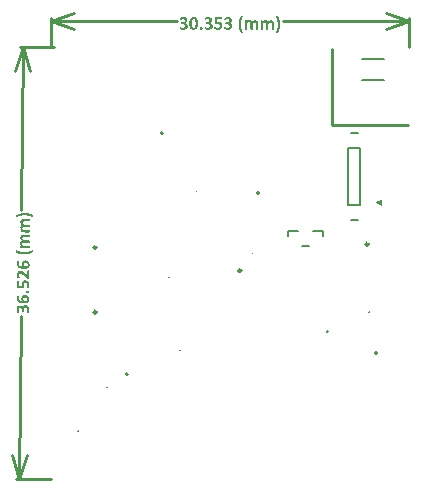
<source format=gto>
G04*
G04 #@! TF.GenerationSoftware,Altium Limited,Altium Designer,24.9.1 (31)*
G04*
G04 Layer_Color=65535*
%FSLAX44Y44*%
%MOMM*%
G71*
G04*
G04 #@! TF.SameCoordinates,7AD2B3B8-D285-4593-8982-C88D0E3F9F4F*
G04*
G04*
G04 #@! TF.FilePolarity,Positive*
G04*
G01*
G75*
%ADD10C,0.2000*%
%ADD11C,0.1000*%
%ADD12C,0.1500*%
%ADD13C,0.2500*%
%ADD14C,0.2540*%
G36*
X280000Y232000D02*
X275000Y234000D01*
X280000Y236000D01*
Y232000D01*
D02*
G37*
G36*
X161849Y391731D02*
X161997Y391713D01*
X162145Y391694D01*
X162182D01*
X162256Y391676D01*
X162349Y391638D01*
X162423Y391601D01*
X162441Y391583D01*
X162478Y391564D01*
X162515Y391509D01*
X162534Y391453D01*
Y391435D01*
Y391398D01*
X162534Y391342D01*
X162515Y391268D01*
Y391250D01*
X162478Y391194D01*
X162441Y391120D01*
X162404Y391009D01*
X162348Y390861D01*
X162274Y390694D01*
X162200Y390490D01*
X162126Y390287D01*
X162052Y390046D01*
X161959Y389805D01*
X161792Y389250D01*
X161644Y388658D01*
X161496Y388047D01*
Y388028D01*
X161477Y387973D01*
X161459Y387880D01*
X161440Y387769D01*
X161422Y387602D01*
X161384Y387436D01*
X161366Y387232D01*
X161329Y387010D01*
X161292Y386750D01*
X161273Y386491D01*
X161217Y385917D01*
X161180Y385288D01*
X161161Y384640D01*
Y384621D01*
X161161Y384566D01*
X161161Y384473D01*
X161161Y384343D01*
X161180Y384195D01*
X161180Y384010D01*
X161198Y383788D01*
X161198Y383566D01*
X161216Y383306D01*
X161235Y383047D01*
X161308Y382473D01*
X161382Y381862D01*
X161493Y381251D01*
X161493Y381232D01*
X161512Y381177D01*
X161530Y381084D01*
X161567Y380973D01*
X161604Y380825D01*
X161641Y380640D01*
X161697Y380455D01*
X161752Y380233D01*
X161900Y379733D01*
X162066Y379196D01*
X162270Y378621D01*
X162511Y378029D01*
Y378010D01*
X162529Y377955D01*
X162547Y377807D01*
Y377788D01*
X162529Y377751D01*
X162510Y377714D01*
X162455Y377659D01*
X162436Y377640D01*
X162399Y377621D01*
X162307Y377584D01*
X162195Y377547D01*
X162159Y377547D01*
X162066Y377529D01*
X161899Y377510D01*
X161436Y377511D01*
X161307Y377529D01*
X161288D01*
X161214Y377548D01*
X161140Y377566D01*
X161047Y377585D01*
X161029D01*
X160992Y377603D01*
X160936Y377622D01*
X160881Y377659D01*
X160844Y377677D01*
X160807Y377752D01*
Y377770D01*
X160788Y377789D01*
X160733Y377900D01*
X160640Y378066D01*
X160548Y378270D01*
X160418Y378530D01*
X160289Y378807D01*
X160159Y379122D01*
X160030Y379437D01*
Y379455D01*
X160011Y379474D01*
X159974Y379585D01*
X159919Y379752D01*
X159845Y379955D01*
X159752Y380215D01*
X159678Y380493D01*
X159586Y380807D01*
X159493Y381122D01*
Y381141D01*
Y381159D01*
X159456Y381270D01*
X159419Y381437D01*
X159382Y381659D01*
X159327Y381918D01*
X159272Y382215D01*
X159216Y382529D01*
X159179Y382844D01*
X159179Y382863D01*
Y382881D01*
X159161Y382992D01*
X159142Y383178D01*
X159142Y383400D01*
X159124Y383677D01*
X159106Y383974D01*
X159087Y384307D01*
X159087Y384640D01*
Y384659D01*
Y384677D01*
X159087Y384789D01*
X159087Y384974D01*
X159106Y385196D01*
X159106Y385455D01*
X159125Y385751D01*
X159143Y386066D01*
X159180Y386399D01*
Y386418D01*
Y386437D01*
X159199Y386548D01*
X159236Y386733D01*
X159255Y386955D01*
X159310Y387214D01*
X159366Y387510D01*
X159496Y388140D01*
X159496Y388158D01*
X159515Y388177D01*
X159533Y388288D01*
X159589Y388455D01*
X159644Y388677D01*
X159718Y388936D01*
X159811Y389232D01*
X160033Y389843D01*
Y389862D01*
X160052Y389880D01*
X160089Y389991D01*
X160163Y390158D01*
X160256Y390380D01*
X160367Y390639D01*
X160497Y390917D01*
X160645Y391232D01*
X160793Y391547D01*
Y391565D01*
X160812Y391584D01*
X160849Y391602D01*
X160867D01*
X160886Y391620D01*
X160997Y391657D01*
X161016D01*
X161071Y391676D01*
X161145Y391694D01*
X161256Y391713D01*
X161293Y391713D01*
X161367Y391731D01*
X161849Y391731D01*
D02*
G37*
G36*
X191920Y391721D02*
X192049Y391702D01*
X192086Y391702D01*
X192142Y391683D01*
X192235Y391665D01*
X192309Y391646D01*
X192327D01*
X192364Y391628D01*
X192420Y391609D01*
X192457Y391591D01*
X192475D01*
X192494Y391572D01*
X192549Y391535D01*
X192568Y391516D01*
X192586Y391461D01*
X192623Y391368D01*
X192679Y391239D01*
X192753Y391091D01*
X192827Y390905D01*
X192919Y390702D01*
X193012Y390479D01*
X193123Y390220D01*
X193215Y389961D01*
X193437Y389387D01*
X193641Y388776D01*
X193807Y388128D01*
Y388109D01*
X193826Y388054D01*
X193844Y387961D01*
X193881Y387831D01*
X193918Y387683D01*
X193955Y387498D01*
X193992Y387276D01*
X194029Y387053D01*
X194066Y386794D01*
X194103Y386516D01*
X194177Y385924D01*
X194232Y385294D01*
X194250Y384628D01*
X194250Y384609D01*
Y384591D01*
X194250Y384535D01*
Y384480D01*
X194250Y384295D01*
X194232Y384072D01*
X194231Y383795D01*
X194213Y383480D01*
X194176Y383165D01*
X194139Y382832D01*
Y382813D01*
Y382795D01*
X194120Y382683D01*
X194101Y382517D01*
X194064Y382295D01*
X194009Y382035D01*
X193953Y381739D01*
X193879Y381424D01*
X193805Y381110D01*
X193805Y381073D01*
X193768Y380962D01*
X193731Y380795D01*
X193656Y380573D01*
X193582Y380332D01*
X193508Y380036D01*
X193397Y379740D01*
X193286Y379425D01*
X193267Y379388D01*
X193230Y379277D01*
X193156Y379110D01*
X193082Y378888D01*
X192971Y378647D01*
X192841Y378351D01*
X192693Y378055D01*
X192544Y377740D01*
X192526Y377703D01*
X192452Y377648D01*
X192433D01*
X192415Y377611D01*
X192359Y377592D01*
X192285Y377574D01*
X192267Y377574D01*
X192211Y377555D01*
X192118Y377537D01*
X192007Y377518D01*
X191915Y377518D01*
X191785Y377500D01*
X191452Y377500D01*
X191285Y377518D01*
X191119Y377537D01*
X191081Y377537D01*
X191007Y377574D01*
X190915Y377593D01*
X190841Y377648D01*
X190822Y377667D01*
X190804Y377685D01*
X190785Y377741D01*
X190767Y377796D01*
Y377815D01*
X190767Y377852D01*
X190785Y377926D01*
X190822Y378018D01*
Y378037D01*
X190859Y378093D01*
X190878Y378167D01*
X190934Y378296D01*
X190989Y378426D01*
X191045Y378592D01*
X191119Y378796D01*
X191193Y379000D01*
X191286Y379240D01*
X191360Y379481D01*
X191527Y380018D01*
X191694Y380611D01*
X191842Y381222D01*
X191842Y381240D01*
X191861Y381296D01*
X191879Y381388D01*
X191898Y381518D01*
X191916Y381666D01*
X191953Y381833D01*
X191990Y382055D01*
X192027Y382277D01*
X192046Y382518D01*
X192083Y382795D01*
X192139Y383369D01*
X192176Y383980D01*
X192195Y384628D01*
Y384647D01*
X192195Y384703D01*
X192195Y384795D01*
X192195Y384925D01*
X192177Y385091D01*
X192177Y385277D01*
X192158Y385480D01*
X192158Y385721D01*
X192140Y385962D01*
X192103Y386240D01*
X192048Y386814D01*
X191955Y387425D01*
X191844Y388036D01*
Y388054D01*
X191826Y388110D01*
X191807Y388202D01*
X191789Y388313D01*
X191752Y388462D01*
X191696Y388647D01*
X191641Y388851D01*
X191586Y389073D01*
X191438Y389554D01*
X191271Y390091D01*
X191068Y390665D01*
X190827Y391258D01*
Y391276D01*
X190809Y391332D01*
X190790Y391388D01*
Y391443D01*
X190790Y391462D01*
X190809Y391499D01*
X190846Y391554D01*
X190901Y391591D01*
X190920Y391610D01*
X190975Y391628D01*
X191049Y391647D01*
X191179Y391684D01*
X191216D01*
X191309Y391702D01*
X191457Y391721D01*
X191920Y391721D01*
D02*
G37*
G36*
X112872Y390897D02*
X113057Y390879D01*
X113261Y390860D01*
X113483Y390823D01*
X113927Y390712D01*
X113946D01*
X114020Y390675D01*
X114131Y390638D01*
X114279Y390582D01*
X114594Y390434D01*
X114761Y390322D01*
X114909Y390211D01*
X114927Y390193D01*
X114983Y390156D01*
X115057Y390082D01*
X115131Y389989D01*
X115242Y389859D01*
X115334Y389711D01*
X115427Y389563D01*
X115520Y389378D01*
X115538Y389359D01*
X115556Y389285D01*
X115593Y389193D01*
X115630Y389063D01*
X115667Y388896D01*
X115686Y388730D01*
X115723Y388526D01*
X115723Y388304D01*
X115723Y388285D01*
Y388230D01*
X115723Y388137D01*
X115704Y388008D01*
X115686Y387878D01*
X115667Y387730D01*
X115593Y387415D01*
Y387397D01*
X115574Y387341D01*
X115537Y387267D01*
X115500Y387174D01*
X115389Y386934D01*
X115241Y386674D01*
X115222Y386656D01*
X115204Y386619D01*
X115148Y386563D01*
X115074Y386489D01*
X114889Y386323D01*
X114648Y386138D01*
X114629D01*
X114592Y386101D01*
X114518Y386064D01*
X114426Y386008D01*
X114315Y385953D01*
X114166Y385897D01*
X113852Y385805D01*
Y385786D01*
X113870D01*
X113944Y385768D01*
X114055Y385749D01*
X114185Y385731D01*
X114333Y385694D01*
X114500Y385638D01*
X114833Y385508D01*
X114852D01*
X114907Y385471D01*
X114981Y385434D01*
X115092Y385360D01*
X115333Y385193D01*
X115573Y384971D01*
X115592Y384952D01*
X115629Y384915D01*
X115684Y384841D01*
X115740Y384767D01*
X115814Y384656D01*
X115888Y384526D01*
X116036Y384249D01*
Y384230D01*
X116055Y384174D01*
X116092Y384100D01*
X116129Y383989D01*
X116147Y383860D01*
X116184Y383712D01*
X116202Y383378D01*
X116202Y383341D01*
X116202Y383249D01*
X116184Y383101D01*
X116165Y382915D01*
X116128Y382712D01*
X116073Y382471D01*
X115998Y382230D01*
X115906Y382008D01*
X115887Y381990D01*
X115850Y381916D01*
X115776Y381805D01*
X115683Y381656D01*
X115572Y381508D01*
X115424Y381323D01*
X115257Y381157D01*
X115072Y380990D01*
X115054Y380971D01*
X114979Y380916D01*
X114868Y380842D01*
X114720Y380768D01*
X114516Y380657D01*
X114313Y380564D01*
X114053Y380472D01*
X113794Y380379D01*
X113757D01*
X113665Y380342D01*
X113516Y380324D01*
X113331Y380287D01*
X113090Y380250D01*
X112813Y380213D01*
X112516Y380195D01*
X112202Y380176D01*
X112016Y380176D01*
X111868Y380195D01*
X111720Y380195D01*
X111554Y380214D01*
X111202Y380269D01*
X111183D01*
X111128Y380288D01*
X111035Y380306D01*
X110924Y380325D01*
X110665Y380381D01*
X110387Y380436D01*
X110369Y380436D01*
X110332Y380455D01*
X110258Y380473D01*
X110183Y380510D01*
X109998Y380584D01*
X109795Y380677D01*
X109758Y380696D01*
X109684Y380751D01*
X109572Y380807D01*
X109499Y380862D01*
X109480Y380881D01*
X109461Y380899D01*
X109387Y380992D01*
Y381011D01*
X109369Y381048D01*
X109351Y381122D01*
X109313Y381196D01*
Y381214D01*
X109295Y381270D01*
X109295Y381344D01*
X109277Y381455D01*
X109277Y381492D01*
X109277Y381566D01*
X109277Y381696D01*
X109277Y381862D01*
X109277Y381881D01*
Y381918D01*
X109277Y381992D01*
X109277Y382085D01*
X109295Y382251D01*
X109314Y382325D01*
X109332Y382399D01*
X109351Y382418D01*
X109369Y382473D01*
X109444Y382529D01*
X109518Y382547D01*
X109536Y382547D01*
X109592Y382529D01*
X109666Y382510D01*
X109795Y382436D01*
X109814Y382436D01*
X109832Y382418D01*
X109943Y382362D01*
X110091Y382288D01*
X110295Y382195D01*
X110314Y382195D01*
X110351Y382177D01*
X110425Y382158D01*
X110499Y382121D01*
X110610Y382084D01*
X110739Y382047D01*
X111017Y381954D01*
X111036D01*
X111091Y381936D01*
X111165Y381917D01*
X111295Y381917D01*
X111425Y381899D01*
X111573Y381880D01*
X111943Y381861D01*
X112110Y381861D01*
X112202Y381880D01*
X112462Y381898D01*
X112721Y381954D01*
X112739D01*
X112776Y381972D01*
X112832Y381991D01*
X112924Y382028D01*
X113110Y382120D01*
X113295Y382250D01*
X113313D01*
X113332Y382287D01*
X113425Y382379D01*
X113554Y382509D01*
X113647Y382694D01*
Y382713D01*
X113665Y382750D01*
X113684Y382805D01*
X113721Y382879D01*
X113758Y383064D01*
X113777Y383305D01*
Y383324D01*
X113777Y383361D01*
X113777Y383435D01*
X113758Y383509D01*
X113721Y383712D01*
X113629Y383935D01*
Y383953D01*
X113610Y383990D01*
X113573Y384046D01*
X113518Y384101D01*
X113388Y384268D01*
X113203Y384435D01*
X113185Y384453D01*
X113148Y384472D01*
X113092Y384509D01*
X113018Y384546D01*
X112907Y384602D01*
X112796Y384657D01*
X112500Y384750D01*
X112481Y384750D01*
X112425Y384768D01*
X112333Y384787D01*
X112222Y384824D01*
X112074Y384842D01*
X111907Y384861D01*
X111722Y384880D01*
X110555Y384880D01*
X110444Y384899D01*
X110426Y384899D01*
X110407Y384936D01*
X110315Y385010D01*
Y385028D01*
X110296Y385084D01*
X110278Y385158D01*
X110259Y385251D01*
X110259Y385288D01*
X110259Y385362D01*
X110241Y385491D01*
X110241Y385658D01*
Y385676D01*
X110241Y385695D01*
X110241Y385788D01*
X110241Y385917D01*
X110260Y386028D01*
X110260Y386047D01*
X110278Y386121D01*
X110297Y386176D01*
X110315Y386250D01*
Y386269D01*
X110352Y386306D01*
X110371Y386343D01*
X110426Y386380D01*
X110445Y386380D01*
X110482Y386399D01*
X110593Y386417D01*
X111667Y386417D01*
X111778Y386435D01*
X112037Y386454D01*
X112315Y386509D01*
X112334D01*
X112371Y386527D01*
X112445Y386564D01*
X112519Y386583D01*
X112723Y386694D01*
X112908Y386824D01*
X112926Y386842D01*
X112945Y386861D01*
X113056Y386953D01*
X113186Y387120D01*
X113297Y387305D01*
X113297Y387323D01*
X113315Y387360D01*
X113334Y387416D01*
X113371Y387490D01*
X113408Y387694D01*
X113427Y387934D01*
X113427Y387953D01*
Y387990D01*
X113408Y388101D01*
X113390Y388268D01*
X113334Y388434D01*
Y388453D01*
X113316Y388471D01*
X113260Y388582D01*
X113186Y388712D01*
X113075Y388842D01*
X113038Y388879D01*
X112964Y388953D01*
X112816Y389045D01*
X112631Y389120D01*
X112612Y389120D01*
X112575Y389138D01*
X112520Y389157D01*
X112446Y389175D01*
X112242Y389212D01*
X112001Y389231D01*
X111853Y389231D01*
X111742Y389213D01*
X111483Y389176D01*
X111205Y389102D01*
X111187D01*
X111149Y389083D01*
X111075Y389046D01*
X111001Y389028D01*
X110779Y388935D01*
X110557Y388824D01*
X110538D01*
X110501Y388806D01*
X110446Y388769D01*
X110390Y388732D01*
X110223Y388639D01*
X110057Y388547D01*
X110020Y388528D01*
X109946Y388491D01*
X109853Y388454D01*
X109761Y388436D01*
X109723Y388436D01*
X109649Y388454D01*
X109631Y388491D01*
X109575Y388565D01*
X109575Y388584D01*
X109557Y388621D01*
X109538Y388695D01*
X109520Y388787D01*
Y388825D01*
X109520Y388899D01*
X109520Y389028D01*
X109520Y389195D01*
X109520Y389213D01*
Y389232D01*
X109520Y389306D01*
X109520Y389417D01*
X109520Y389528D01*
Y389547D01*
X109520Y389602D01*
X109520Y389676D01*
X109539Y389732D01*
Y389750D01*
X109557Y389787D01*
X109613Y389880D01*
Y389898D01*
X109650Y389935D01*
X109724Y390028D01*
X109742Y390047D01*
X109798Y390102D01*
X109891Y390176D01*
X110039Y390269D01*
X110057D01*
X110094Y390287D01*
X110150Y390324D01*
X110224Y390361D01*
X110409Y390454D01*
X110668Y390546D01*
X110687D01*
X110743Y390565D01*
X110817Y390602D01*
X110928Y390639D01*
X111057Y390676D01*
X111206Y390713D01*
X111539Y390787D01*
X111557D01*
X111631Y390805D01*
X111724Y390824D01*
X111854Y390842D01*
X112020Y390860D01*
X112205Y390879D01*
X112613Y390897D01*
X112872Y390897D01*
D02*
G37*
G36*
X133870Y390890D02*
X134055Y390871D01*
X134259Y390852D01*
X134481Y390815D01*
X134925Y390704D01*
X134944D01*
X135018Y390667D01*
X135129Y390630D01*
X135277Y390574D01*
X135592Y390426D01*
X135758Y390315D01*
X135906Y390204D01*
X135925Y390185D01*
X135981Y390148D01*
X136055Y390074D01*
X136129Y389981D01*
X136240Y389852D01*
X136332Y389704D01*
X136425Y389556D01*
X136517Y389370D01*
X136536Y389352D01*
X136554Y389278D01*
X136591Y389185D01*
X136628Y389055D01*
X136665Y388889D01*
X136684Y388722D01*
X136721Y388518D01*
X136721Y388296D01*
X136721Y388278D01*
Y388222D01*
X136721Y388130D01*
X136702Y388000D01*
X136683Y387870D01*
X136665Y387722D01*
X136591Y387407D01*
Y387389D01*
X136572Y387333D01*
X136535Y387259D01*
X136498Y387167D01*
X136387Y386926D01*
X136239Y386667D01*
X136220Y386648D01*
X136201Y386611D01*
X136146Y386556D01*
X136072Y386482D01*
X135887Y386315D01*
X135646Y386130D01*
X135627D01*
X135590Y386093D01*
X135516Y386056D01*
X135424Y386001D01*
X135312Y385945D01*
X135164Y385890D01*
X134850Y385797D01*
Y385779D01*
X134868D01*
X134942Y385760D01*
X135053Y385742D01*
X135183Y385723D01*
X135331Y385686D01*
X135498Y385630D01*
X135831Y385500D01*
X135849D01*
X135905Y385463D01*
X135979Y385426D01*
X136090Y385352D01*
X136331Y385186D01*
X136571Y384963D01*
X136590Y384945D01*
X136627Y384908D01*
X136682Y384834D01*
X136738Y384760D01*
X136812Y384648D01*
X136886Y384519D01*
X137034Y384241D01*
Y384222D01*
X137052Y384167D01*
X137089Y384093D01*
X137126Y383982D01*
X137145Y383852D01*
X137182Y383704D01*
X137200Y383371D01*
X137200Y383334D01*
X137200Y383241D01*
X137182Y383093D01*
X137163Y382908D01*
X137126Y382704D01*
X137070Y382463D01*
X136996Y382223D01*
X136903Y382001D01*
X136885Y381982D01*
X136848Y381908D01*
X136774Y381797D01*
X136681Y381649D01*
X136570Y381501D01*
X136422Y381316D01*
X136255Y381149D01*
X136070Y380982D01*
X136051Y380964D01*
X135977Y380908D01*
X135866Y380834D01*
X135718Y380760D01*
X135514Y380649D01*
X135310Y380557D01*
X135051Y380464D01*
X134792Y380372D01*
X134755Y380372D01*
X134662Y380335D01*
X134514Y380316D01*
X134329Y380279D01*
X134088Y380243D01*
X133811Y380205D01*
X133514Y380187D01*
X133200Y380169D01*
X133014Y380169D01*
X132866Y380187D01*
X132718Y380187D01*
X132551Y380206D01*
X132200Y380262D01*
X132181D01*
X132126Y380280D01*
X132033Y380299D01*
X131922Y380317D01*
X131663Y380373D01*
X131385Y380429D01*
X131366Y380429D01*
X131329Y380447D01*
X131255Y380466D01*
X131181Y380503D01*
X130996Y380577D01*
X130793Y380670D01*
X130756Y380688D01*
X130681Y380744D01*
X130570Y380799D01*
X130496Y380855D01*
X130478Y380873D01*
X130459Y380892D01*
X130385Y380984D01*
Y381003D01*
X130367Y381040D01*
X130348Y381114D01*
X130311Y381188D01*
Y381207D01*
X130293Y381262D01*
X130293Y381336D01*
X130274Y381447D01*
X130274Y381484D01*
X130274Y381558D01*
X130274Y381688D01*
X130274Y381855D01*
Y381873D01*
X130274Y381910D01*
X130274Y381984D01*
X130274Y382077D01*
X130293Y382244D01*
X130312Y382318D01*
X130330Y382392D01*
X130349Y382410D01*
X130367Y382466D01*
X130441Y382521D01*
X130515Y382540D01*
X130534Y382540D01*
X130590Y382521D01*
X130663Y382503D01*
X130793Y382429D01*
X130812D01*
X130830Y382410D01*
X130941Y382355D01*
X131089Y382280D01*
X131293Y382188D01*
X131312Y382188D01*
X131349Y382169D01*
X131423Y382151D01*
X131497Y382114D01*
X131608Y382076D01*
X131737Y382039D01*
X132015Y381947D01*
X132034D01*
X132089Y381928D01*
X132163Y381910D01*
X132293Y381910D01*
X132422Y381891D01*
X132570Y381872D01*
X132941Y381854D01*
X133108Y381854D01*
X133200Y381872D01*
X133459Y381891D01*
X133719Y381946D01*
X133737D01*
X133774Y381965D01*
X133830Y381983D01*
X133922Y382020D01*
X134108Y382113D01*
X134293Y382242D01*
X134311D01*
X134330Y382279D01*
X134422Y382372D01*
X134552Y382501D01*
X134645Y382687D01*
Y382705D01*
X134663Y382742D01*
X134682Y382798D01*
X134719Y382872D01*
X134756Y383057D01*
X134775Y383298D01*
Y383316D01*
Y383353D01*
X134775Y383427D01*
X134756Y383501D01*
X134719Y383705D01*
X134627Y383927D01*
Y383946D01*
X134608Y383983D01*
X134571Y384038D01*
X134516Y384094D01*
X134386Y384260D01*
X134201Y384427D01*
X134182Y384446D01*
X134145Y384464D01*
X134090Y384501D01*
X134016Y384538D01*
X133905Y384594D01*
X133794Y384650D01*
X133497Y384742D01*
X133479Y384742D01*
X133423Y384761D01*
X133331Y384779D01*
X133220Y384816D01*
X133072Y384835D01*
X132905Y384854D01*
X132720Y384872D01*
X131553Y384873D01*
X131442Y384891D01*
X131424D01*
X131405Y384928D01*
X131313Y385002D01*
Y385021D01*
X131294Y385076D01*
X131276Y385150D01*
X131257Y385243D01*
X131257Y385280D01*
X131257Y385354D01*
X131239Y385484D01*
X131239Y385650D01*
Y385669D01*
X131239Y385687D01*
X131239Y385780D01*
X131239Y385910D01*
X131257Y386021D01*
X131257Y386039D01*
X131276Y386113D01*
X131294Y386169D01*
X131313Y386243D01*
X131313Y386261D01*
X131350Y386298D01*
X131369Y386335D01*
X131424Y386372D01*
X131443D01*
X131480Y386391D01*
X131591Y386409D01*
X132665Y386409D01*
X132776Y386427D01*
X133035Y386446D01*
X133313Y386501D01*
X133331D01*
X133368Y386520D01*
X133442Y386557D01*
X133517Y386575D01*
X133720Y386686D01*
X133905Y386816D01*
X133924Y386834D01*
X133943Y386853D01*
X134054Y386945D01*
X134183Y387112D01*
X134295Y387297D01*
X134295Y387316D01*
X134313Y387353D01*
X134332Y387408D01*
X134369Y387482D01*
X134406Y387686D01*
X134424Y387927D01*
X134424Y387945D01*
Y387982D01*
X134406Y388093D01*
X134388Y388260D01*
X134332Y388427D01*
X134332Y388445D01*
X134313Y388464D01*
X134258Y388575D01*
X134184Y388704D01*
X134073Y388834D01*
X134036Y388871D01*
X133962Y388945D01*
X133814Y389038D01*
X133629Y389112D01*
X133610D01*
X133573Y389131D01*
X133518Y389149D01*
X133443Y389168D01*
X133240Y389205D01*
X132999Y389223D01*
X132851Y389224D01*
X132740Y389205D01*
X132481Y389168D01*
X132203Y389094D01*
X132184D01*
X132147Y389076D01*
X132073Y389039D01*
X131999Y389020D01*
X131777Y388928D01*
X131555Y388817D01*
X131536D01*
X131499Y388798D01*
X131444Y388761D01*
X131388Y388724D01*
X131221Y388632D01*
X131055Y388539D01*
X131018Y388521D01*
X130943Y388484D01*
X130851Y388447D01*
X130758Y388428D01*
X130721Y388428D01*
X130647Y388447D01*
X130629Y388484D01*
X130573Y388558D01*
X130573Y388576D01*
X130555Y388613D01*
X130536Y388687D01*
X130518Y388780D01*
X130518Y388817D01*
X130518Y388891D01*
X130518Y389021D01*
X130518Y389187D01*
X130518Y389206D01*
Y389224D01*
X130518Y389298D01*
X130518Y389409D01*
X130518Y389521D01*
Y389539D01*
X130518Y389595D01*
X130518Y389669D01*
X130536Y389724D01*
Y389743D01*
X130555Y389780D01*
X130611Y389872D01*
Y389891D01*
X130648Y389928D01*
X130722Y390020D01*
X130740Y390039D01*
X130796Y390094D01*
X130889Y390168D01*
X131037Y390261D01*
X131055D01*
X131092Y390280D01*
X131148Y390317D01*
X131222Y390354D01*
X131407Y390446D01*
X131666Y390539D01*
X131685D01*
X131740Y390557D01*
X131814Y390594D01*
X131926Y390631D01*
X132055Y390668D01*
X132203Y390705D01*
X132537Y390779D01*
X132555D01*
X132629Y390798D01*
X132722Y390816D01*
X132851Y390834D01*
X133018Y390853D01*
X133203Y390871D01*
X133611Y390890D01*
X133870Y390890D01*
D02*
G37*
G36*
X150498Y390884D02*
X150683Y390865D01*
X150887Y390846D01*
X151109Y390809D01*
X151553Y390698D01*
X151572D01*
X151646Y390661D01*
X151757Y390624D01*
X151905Y390568D01*
X152220Y390420D01*
X152386Y390309D01*
X152534Y390198D01*
X152553Y390179D01*
X152608Y390142D01*
X152683Y390068D01*
X152757Y389976D01*
X152868Y389846D01*
X152960Y389698D01*
X153053Y389549D01*
X153145Y389364D01*
X153164Y389346D01*
X153182Y389272D01*
X153219Y389179D01*
X153256Y389049D01*
X153293Y388883D01*
X153312Y388716D01*
X153349Y388512D01*
X153349Y388290D01*
X153349Y388272D01*
Y388216D01*
X153348Y388124D01*
X153330Y387994D01*
X153311Y387864D01*
X153293Y387716D01*
X153218Y387402D01*
Y387383D01*
X153200Y387327D01*
X153163Y387253D01*
X153126Y387161D01*
X153015Y386920D01*
X152866Y386661D01*
X152848Y386642D01*
X152829Y386605D01*
X152774Y386550D01*
X152700Y386476D01*
X152514Y386309D01*
X152274Y386124D01*
X152255D01*
X152218Y386087D01*
X152144Y386050D01*
X152051Y385995D01*
X151940Y385939D01*
X151792Y385884D01*
X151477Y385791D01*
Y385773D01*
X151496D01*
X151570Y385754D01*
X151681Y385736D01*
X151811Y385717D01*
X151959Y385680D01*
X152125Y385624D01*
X152459Y385495D01*
X152477D01*
X152533Y385457D01*
X152607Y385420D01*
X152718Y385346D01*
X152958Y385180D01*
X153199Y384957D01*
X153218Y384939D01*
X153255Y384902D01*
X153310Y384828D01*
X153366Y384754D01*
X153440Y384642D01*
X153514Y384513D01*
X153662Y384235D01*
Y384216D01*
X153680Y384161D01*
X153717Y384087D01*
X153754Y383976D01*
X153773Y383846D01*
X153810Y383698D01*
X153828Y383365D01*
X153828Y383328D01*
X153828Y383235D01*
X153809Y383087D01*
X153791Y382902D01*
X153754Y382698D01*
X153698Y382457D01*
X153624Y382217D01*
X153531Y381995D01*
X153513Y381976D01*
X153476Y381902D01*
X153402Y381791D01*
X153309Y381643D01*
X153198Y381495D01*
X153050Y381310D01*
X152883Y381143D01*
X152698Y380976D01*
X152679Y380958D01*
X152605Y380902D01*
X152494Y380828D01*
X152346Y380754D01*
X152142Y380643D01*
X151938Y380551D01*
X151679Y380458D01*
X151420Y380366D01*
X151383Y380366D01*
X151290Y380329D01*
X151142Y380310D01*
X150957Y380273D01*
X150716Y380237D01*
X150438Y380200D01*
X150142Y380181D01*
X149827Y380163D01*
X149642Y380163D01*
X149494Y380181D01*
X149346Y380181D01*
X149179Y380200D01*
X148827Y380256D01*
X148809D01*
X148753Y380274D01*
X148661Y380293D01*
X148550Y380311D01*
X148291Y380367D01*
X148013Y380423D01*
X147994Y380423D01*
X147957Y380441D01*
X147883Y380460D01*
X147809Y380497D01*
X147624Y380571D01*
X147420Y380664D01*
X147383Y380682D01*
X147309Y380738D01*
X147198Y380793D01*
X147124Y380849D01*
X147106Y380867D01*
X147087Y380886D01*
X147013Y380979D01*
Y380997D01*
X146995Y381034D01*
X146976Y381108D01*
X146939Y381182D01*
Y381201D01*
X146921Y381256D01*
X146921Y381330D01*
X146902Y381441D01*
X146902Y381479D01*
X146902Y381553D01*
X146902Y381682D01*
X146902Y381849D01*
Y381867D01*
X146902Y381904D01*
X146902Y381978D01*
X146902Y382071D01*
X146921Y382238D01*
X146940Y382312D01*
X146958Y382386D01*
X146977Y382404D01*
X146995Y382460D01*
X147069Y382515D01*
X147143Y382534D01*
X147162D01*
X147217Y382515D01*
X147291Y382497D01*
X147421Y382423D01*
X147440D01*
X147458Y382404D01*
X147569Y382349D01*
X147717Y382274D01*
X147921Y382182D01*
X147939D01*
X147977Y382163D01*
X148050Y382145D01*
X148125Y382108D01*
X148236Y382071D01*
X148365Y382033D01*
X148643Y381941D01*
X148661Y381941D01*
X148717Y381922D01*
X148791Y381904D01*
X148921Y381904D01*
X149050Y381885D01*
X149198Y381866D01*
X149569Y381848D01*
X149735Y381848D01*
X149828Y381866D01*
X150087Y381885D01*
X150346Y381940D01*
X150365D01*
X150402Y381959D01*
X150458Y381977D01*
X150550Y382014D01*
X150735Y382107D01*
X150921Y382236D01*
X150939D01*
X150958Y382273D01*
X151050Y382366D01*
X151180Y382495D01*
X151273Y382681D01*
Y382699D01*
X151291Y382736D01*
X151310Y382792D01*
X151347Y382866D01*
X151384Y383051D01*
X151402Y383292D01*
Y383310D01*
Y383347D01*
X151403Y383421D01*
X151384Y383495D01*
X151347Y383699D01*
X151255Y383921D01*
Y383940D01*
X151236Y383977D01*
X151199Y384032D01*
X151144Y384088D01*
X151014Y384254D01*
X150829Y384421D01*
X150810Y384440D01*
X150773Y384458D01*
X150718Y384495D01*
X150644Y384532D01*
X150533Y384588D01*
X150421Y384644D01*
X150125Y384736D01*
X150107D01*
X150051Y384755D01*
X149959Y384773D01*
X149848Y384810D01*
X149699Y384829D01*
X149533Y384847D01*
X149348Y384866D01*
X148181Y384866D01*
X148070Y384885D01*
X148052D01*
X148033Y384922D01*
X147940Y384996D01*
Y385015D01*
X147922Y385070D01*
X147903Y385144D01*
X147885Y385237D01*
X147885Y385274D01*
X147885Y385348D01*
X147867Y385478D01*
X147867Y385644D01*
Y385663D01*
X147867Y385681D01*
X147867Y385774D01*
X147867Y385904D01*
X147885Y386015D01*
X147885Y386033D01*
X147904Y386107D01*
X147922Y386163D01*
X147941Y386237D01*
X147941Y386255D01*
X147978Y386292D01*
X147997Y386329D01*
X148052Y386366D01*
X148070D01*
X148108Y386385D01*
X148219Y386403D01*
X149293Y386403D01*
X149404Y386422D01*
X149663Y386440D01*
X149941Y386495D01*
X149959D01*
X149996Y386514D01*
X150070Y386551D01*
X150145Y386569D01*
X150348Y386680D01*
X150533Y386810D01*
X150552Y386828D01*
X150570Y386847D01*
X150682Y386940D01*
X150811Y387106D01*
X150922Y387291D01*
X150922Y387310D01*
X150941Y387347D01*
X150960Y387402D01*
X150997Y387476D01*
X151034Y387680D01*
X151052Y387921D01*
X151052Y387939D01*
Y387976D01*
X151034Y388087D01*
X151015Y388254D01*
X150960Y388421D01*
X150960Y388439D01*
X150941Y388458D01*
X150886Y388569D01*
X150812Y388699D01*
X150701Y388828D01*
X150664Y388865D01*
X150590Y388939D01*
X150442Y389032D01*
X150257Y389106D01*
X150238D01*
X150201Y389125D01*
X150145Y389143D01*
X150071Y389162D01*
X149868Y389199D01*
X149627Y389217D01*
X149479Y389217D01*
X149368Y389199D01*
X149108Y389162D01*
X148831Y389088D01*
X148812D01*
X148775Y389070D01*
X148701Y389033D01*
X148627Y389014D01*
X148405Y388922D01*
X148182Y388811D01*
X148164D01*
X148127Y388792D01*
X148071Y388755D01*
X148016Y388718D01*
X147849Y388625D01*
X147683Y388533D01*
X147646Y388515D01*
X147571Y388478D01*
X147479Y388441D01*
X147386Y388422D01*
X147349Y388422D01*
X147275Y388441D01*
X147257Y388478D01*
X147201Y388552D01*
X147201Y388570D01*
X147183Y388607D01*
X147164Y388681D01*
X147146Y388774D01*
X147146Y388811D01*
X147146Y388885D01*
X147146Y389015D01*
X147146Y389181D01*
Y389200D01*
X147146Y389218D01*
X147146Y389292D01*
X147146Y389403D01*
X147146Y389515D01*
Y389533D01*
X147146Y389589D01*
X147146Y389663D01*
X147164Y389718D01*
Y389737D01*
X147183Y389774D01*
X147239Y389866D01*
Y389885D01*
X147276Y389922D01*
X147350Y390014D01*
X147368Y390033D01*
X147424Y390089D01*
X147516Y390163D01*
X147665Y390255D01*
X147683D01*
X147720Y390274D01*
X147776Y390311D01*
X147850Y390348D01*
X148035Y390440D01*
X148294Y390533D01*
X148313Y390533D01*
X148368Y390551D01*
X148442Y390588D01*
X148553Y390625D01*
X148683Y390662D01*
X148831Y390699D01*
X149165Y390773D01*
X149183D01*
X149257Y390792D01*
X149350Y390810D01*
X149479Y390828D01*
X149646Y390847D01*
X149831Y390865D01*
X150239Y390884D01*
X150498Y390884D01*
D02*
G37*
G36*
X144517Y390701D02*
X144572Y390682D01*
X144609Y390645D01*
X144628Y390626D01*
X144647Y390608D01*
X144684Y390552D01*
X144720Y390478D01*
X144720Y390460D01*
X144739Y390404D01*
X144757Y390330D01*
X144776Y390219D01*
X144776Y390182D01*
X144795Y390108D01*
X144813Y389978D01*
X144813Y389812D01*
Y389793D01*
X144813Y389738D01*
X144813Y389645D01*
X144794Y389552D01*
X144776Y389312D01*
X144757Y389201D01*
X144720Y389108D01*
X144701Y389071D01*
X144664Y389016D01*
X144572Y388941D01*
X144535Y388923D01*
X144479Y388904D01*
X140813Y388906D01*
X140812Y386684D01*
X140868Y386684D01*
X140923Y386702D01*
X140979Y386702D01*
X141164Y386721D01*
X141460Y386721D01*
X141534Y386739D01*
X142090Y386739D01*
X142238Y386720D01*
X142442Y386720D01*
X142664Y386683D01*
X142923Y386646D01*
X143182Y386609D01*
X143423Y386535D01*
X143460Y386535D01*
X143534Y386498D01*
X143664Y386442D01*
X143812Y386386D01*
X143978Y386294D01*
X144164Y386201D01*
X144349Y386072D01*
X144515Y385942D01*
X144534Y385923D01*
X144589Y385868D01*
X144663Y385794D01*
X144774Y385682D01*
X144885Y385553D01*
X144996Y385386D01*
X145107Y385201D01*
X145200Y384997D01*
X145218Y384979D01*
X145237Y384905D01*
X145274Y384775D01*
X145330Y384627D01*
X145366Y384442D01*
X145403Y384220D01*
X145422Y383979D01*
X145440Y383701D01*
Y383664D01*
X145440Y383553D01*
X145422Y383405D01*
X145403Y383201D01*
X145366Y382960D01*
X145310Y382720D01*
X145236Y382460D01*
X145143Y382201D01*
X145125Y382164D01*
X145088Y382090D01*
X145014Y381961D01*
X144921Y381813D01*
X144810Y381627D01*
X144662Y381442D01*
X144495Y381257D01*
X144310Y381072D01*
X144291Y381054D01*
X144217Y380998D01*
X144106Y380924D01*
X143958Y380813D01*
X143773Y380702D01*
X143550Y380591D01*
X143310Y380480D01*
X143032Y380387D01*
X142995Y380387D01*
X142902Y380350D01*
X142754Y380313D01*
X142550Y380276D01*
X142310Y380239D01*
X142032Y380203D01*
X141717Y380184D01*
X141384Y380166D01*
X141217Y380166D01*
X141088Y380184D01*
X140939Y380185D01*
X140791Y380203D01*
X140458Y380240D01*
X140440D01*
X140384Y380259D01*
X140310Y380259D01*
X140199Y380277D01*
X139958Y380314D01*
X139680Y380370D01*
X139662D01*
X139625Y380389D01*
X139569Y380407D01*
X139495Y380426D01*
X139310Y380481D01*
X139125Y380555D01*
X139088Y380574D01*
X139014Y380611D01*
X138903Y380667D01*
X138829Y380722D01*
Y380741D01*
X138792Y380759D01*
X138736Y380852D01*
Y380870D01*
X138718Y380907D01*
X138681Y381018D01*
X138681Y381037D01*
Y381093D01*
X138662Y381167D01*
X138662Y381259D01*
Y381296D01*
X138662Y381370D01*
X138662Y381481D01*
X138662Y381630D01*
Y381648D01*
X138662Y381667D01*
X138663Y381759D01*
X138663Y381889D01*
X138663Y382000D01*
X138663Y382037D01*
X138681Y382093D01*
X138700Y382185D01*
X138718Y382259D01*
Y382278D01*
X138737Y382315D01*
X138774Y382352D01*
X138792Y382389D01*
X138811Y382407D01*
X138829Y382426D01*
X138866Y382444D01*
X138940Y382444D01*
X138977Y382426D01*
X139052Y382407D01*
X139163Y382351D01*
X139200Y382333D01*
X139274Y382296D01*
X139422Y382222D01*
X139588Y382129D01*
X139607D01*
X139644Y382111D01*
X139699Y382092D01*
X139774Y382055D01*
X139977Y381999D01*
X140236Y381925D01*
X140255D01*
X140310Y381907D01*
X140385Y381907D01*
X140496Y381888D01*
X140625Y381870D01*
X140792Y381870D01*
X140977Y381851D01*
X141329Y381851D01*
X141440Y381869D01*
X141718Y381888D01*
X141995Y381943D01*
X142014D01*
X142070Y381962D01*
X142125Y381980D01*
X142218Y382017D01*
X142440Y382110D01*
X142644Y382239D01*
X142662Y382258D01*
X142681Y382276D01*
X142792Y382387D01*
X142922Y382554D01*
X143051Y382776D01*
X143051Y382794D01*
X143070Y382832D01*
X143107Y382906D01*
X143125Y382998D01*
X143162Y383109D01*
X143181Y383239D01*
X143200Y383554D01*
X143200Y383572D01*
Y383609D01*
X143200Y383683D01*
X143181Y383776D01*
X143144Y383998D01*
X143070Y384220D01*
Y384239D01*
X143052Y384276D01*
X143015Y384331D01*
X142978Y384406D01*
X142867Y384572D01*
X142700Y384739D01*
X142682Y384757D01*
X142663Y384776D01*
X142589Y384813D01*
X142515Y384850D01*
X142423Y384906D01*
X142311Y384961D01*
X142034Y385054D01*
X142015Y385054D01*
X141960Y385073D01*
X141867Y385091D01*
X141756Y385110D01*
X141608Y385128D01*
X141441Y385147D01*
X141256Y385165D01*
X140775Y385165D01*
X140497Y385147D01*
X140201Y385110D01*
X140145Y385110D01*
X140071Y385092D01*
X139978Y385092D01*
X139756Y385073D01*
X139497Y385055D01*
X139460Y385055D01*
X139367Y385073D01*
X139256Y385111D01*
X139164Y385166D01*
X139145Y385185D01*
X139127Y385277D01*
X139090Y385407D01*
X139071Y385611D01*
X139073Y390092D01*
Y390110D01*
X139073Y390147D01*
X139091Y390277D01*
X139129Y390425D01*
X139184Y390554D01*
X139203Y390573D01*
X139277Y390628D01*
X139406Y390684D01*
X139592Y390702D01*
X144517Y390701D01*
D02*
G37*
G36*
X168625Y388211D02*
X168736Y388192D01*
X168976Y388173D01*
X169254Y388099D01*
X169273D01*
X169310Y388081D01*
X169384Y388062D01*
X169458Y388025D01*
X169662Y387951D01*
X169884Y387840D01*
X169902D01*
X169939Y387803D01*
X170050Y387729D01*
X170198Y387599D01*
X170365Y387432D01*
X170383Y387414D01*
X170402Y387395D01*
X170439Y387340D01*
X170476Y387266D01*
X170587Y387099D01*
X170698Y386877D01*
X170716Y386895D01*
X170754Y386932D01*
X170828Y387006D01*
X170902Y387080D01*
X171105Y387284D01*
X171328Y387469D01*
X171346Y387488D01*
X171383Y387506D01*
X171439Y387562D01*
X171532Y387617D01*
X171717Y387747D01*
X171939Y387876D01*
X171957D01*
X171995Y387913D01*
X172050Y387932D01*
X172124Y387969D01*
X172309Y388043D01*
X172532Y388117D01*
X172550Y388117D01*
X172587Y388135D01*
X172643Y388154D01*
X172717Y388172D01*
X172920Y388191D01*
X173143Y388209D01*
X173272Y388209D01*
X173402Y388190D01*
X173569Y388172D01*
X173754Y388153D01*
X173957Y388116D01*
X174161Y388042D01*
X174346Y387968D01*
X174365Y387949D01*
X174420Y387931D01*
X174513Y387875D01*
X174624Y387801D01*
X174753Y387709D01*
X174883Y387579D01*
X175013Y387449D01*
X175124Y387301D01*
X175142Y387282D01*
X175179Y387227D01*
X175235Y387134D01*
X175290Y387023D01*
X175364Y386894D01*
X175438Y386727D01*
X175512Y386542D01*
X175568Y386338D01*
Y386320D01*
X175586Y386245D01*
X175605Y386134D01*
X175642Y385986D01*
X175660Y385801D01*
X175679Y385616D01*
X175697Y385171D01*
X175695Y380598D01*
X175695Y380579D01*
Y380542D01*
X175677Y380505D01*
X175640Y380450D01*
X175621D01*
X175603Y380413D01*
X175547Y380394D01*
X175473Y380357D01*
X175454D01*
X175399Y380339D01*
X175306Y380339D01*
X175177Y380320D01*
X175140Y380320D01*
X175047Y380302D01*
X174899Y380283D01*
X174510Y380284D01*
X174343Y380302D01*
X174195Y380321D01*
X174158Y380321D01*
X174084Y380339D01*
X173992Y380339D01*
X173881Y380358D01*
X173862D01*
X173825Y380376D01*
X173769Y380413D01*
X173732Y380450D01*
X173732Y380469D01*
X173714Y380487D01*
X173696Y380598D01*
X173697Y384839D01*
Y384857D01*
Y384894D01*
X173697Y384968D01*
X173697Y385061D01*
X173660Y385265D01*
X173623Y385487D01*
Y385505D01*
X173605Y385542D01*
X173586Y385598D01*
X173568Y385654D01*
X173494Y385820D01*
X173401Y385987D01*
Y386006D01*
X173383Y386024D01*
X173309Y386117D01*
X173197Y386228D01*
X173049Y386320D01*
X173012Y386339D01*
X172920Y386395D01*
X172753Y386432D01*
X172549Y386450D01*
X172494Y386450D01*
X172420Y386432D01*
X172327Y386413D01*
X172216Y386376D01*
X172105Y386321D01*
X171957Y386247D01*
X171827Y386154D01*
X171809Y386136D01*
X171772Y386099D01*
X171679Y386043D01*
X171586Y385951D01*
X171475Y385840D01*
X171327Y385691D01*
X171179Y385525D01*
X171031Y385340D01*
X171029Y380600D01*
X171029Y380581D01*
Y380544D01*
X171010Y380507D01*
X170973Y380451D01*
X170955D01*
X170936Y380414D01*
X170881Y380396D01*
X170807Y380359D01*
X170788D01*
X170733Y380340D01*
X170622Y380340D01*
X170492Y380322D01*
X170455D01*
X170362Y380303D01*
X170214Y380285D01*
X169862Y380285D01*
X169696Y380304D01*
X169529Y380322D01*
X169492Y380322D01*
X169418Y380341D01*
X169325Y380341D01*
X169233Y380359D01*
X169214Y380359D01*
X169177Y380378D01*
X169122Y380415D01*
X169066Y380452D01*
X169066Y380471D01*
X169048Y380489D01*
X169029Y380600D01*
X169031Y384841D01*
Y384859D01*
Y384896D01*
X169031Y384970D01*
X169031Y385063D01*
X168994Y385266D01*
X168957Y385489D01*
Y385507D01*
X168939Y385544D01*
X168920Y385600D01*
X168902Y385655D01*
X168827Y385822D01*
X168735Y385989D01*
Y386007D01*
X168716Y386026D01*
X168642Y386118D01*
X168531Y386229D01*
X168383Y386322D01*
X168346Y386341D01*
X168254Y386396D01*
X168087Y386433D01*
X167883Y386452D01*
X167828D01*
X167754Y386433D01*
X167661Y386415D01*
X167532Y386378D01*
X167420Y386322D01*
X167272Y386248D01*
X167143Y386156D01*
X167124Y386137D01*
X167087Y386100D01*
X167013Y386045D01*
X166902Y385952D01*
X166791Y385841D01*
X166661Y385693D01*
X166513Y385527D01*
X166365Y385341D01*
X166363Y380601D01*
X166363Y380583D01*
Y380546D01*
X166344Y380509D01*
X166307Y380453D01*
X166289D01*
X166270Y380416D01*
X166215Y380397D01*
X166141Y380360D01*
X166122Y380361D01*
X166066Y380342D01*
X165955Y380342D01*
X165826Y380324D01*
X165789D01*
X165696Y380305D01*
X165548Y380287D01*
X165178Y380287D01*
X165011Y380305D01*
X164844Y380324D01*
X164807D01*
X164733Y380342D01*
X164641Y380343D01*
X164548Y380361D01*
X164530D01*
X164493Y380380D01*
X164437Y380417D01*
X164382Y380454D01*
X164382Y380472D01*
X164363Y380491D01*
X164345Y380602D01*
X164347Y387731D01*
Y387749D01*
Y387786D01*
X164384Y387879D01*
Y387897D01*
X164421Y387916D01*
X164458Y387934D01*
X164514Y387971D01*
X164532D01*
X164588Y387990D01*
X164681Y388008D01*
X164792Y388027D01*
X164829Y388027D01*
X164903Y388045D01*
X165032Y388064D01*
X165347Y388064D01*
X165495Y388045D01*
X165625Y388027D01*
X165662Y388027D01*
X165718Y388008D01*
X165810Y387990D01*
X165884Y387971D01*
X165903D01*
X165940Y387952D01*
X165977Y387915D01*
X166014Y387878D01*
X166032Y387860D01*
X166051Y387841D01*
X166069Y387786D01*
Y387730D01*
X166069Y386915D01*
X166087Y386953D01*
X166180Y387026D01*
X166291Y387138D01*
X166439Y387286D01*
X166606Y387434D01*
X166810Y387600D01*
X167013Y387748D01*
X167236Y387878D01*
X167254Y387896D01*
X167347Y387933D01*
X167458Y387989D01*
X167606Y388044D01*
X167791Y388100D01*
X168014Y388155D01*
X168236Y388192D01*
X168477Y388211D01*
X168625Y388211D01*
D02*
G37*
G36*
X181957Y388206D02*
X182068Y388187D01*
X182308Y388169D01*
X182586Y388095D01*
X182605D01*
X182642Y388076D01*
X182716Y388058D01*
X182790Y388020D01*
X182993Y387946D01*
X183216Y387835D01*
X183234D01*
X183271Y387798D01*
X183382Y387724D01*
X183530Y387594D01*
X183697Y387427D01*
X183715Y387409D01*
X183734Y387391D01*
X183771Y387335D01*
X183808Y387261D01*
X183919Y387094D01*
X184030Y386872D01*
X184049Y386890D01*
X184086Y386927D01*
X184160Y387001D01*
X184234Y387076D01*
X184438Y387279D01*
X184660Y387464D01*
X184678Y387483D01*
X184715Y387501D01*
X184771Y387557D01*
X184863Y387612D01*
X185049Y387742D01*
X185271Y387871D01*
X185289D01*
X185326Y387908D01*
X185382Y387927D01*
X185456Y387964D01*
X185641Y388038D01*
X185864Y388112D01*
X185882Y388112D01*
X185919Y388130D01*
X185975Y388149D01*
X186049Y388167D01*
X186252Y388186D01*
X186475Y388204D01*
X186604Y388204D01*
X186734Y388186D01*
X186901Y388167D01*
X187086Y388148D01*
X187289Y388111D01*
X187493Y388037D01*
X187678Y387963D01*
X187697Y387945D01*
X187752Y387926D01*
X187845Y387870D01*
X187956Y387796D01*
X188085Y387704D01*
X188215Y387574D01*
X188345Y387444D01*
X188456Y387296D01*
X188474Y387278D01*
X188511Y387222D01*
X188567Y387130D01*
X188622Y387018D01*
X188696Y386889D01*
X188770Y386722D01*
X188844Y386537D01*
X188900Y386333D01*
Y386315D01*
X188918Y386241D01*
X188937Y386129D01*
X188974Y385981D01*
X188992Y385796D01*
X189011Y385611D01*
X189029Y385167D01*
X189027Y380593D01*
Y380574D01*
Y380537D01*
X189009Y380500D01*
X188972Y380445D01*
X188953Y380445D01*
X188934Y380408D01*
X188879Y380389D01*
X188805Y380352D01*
X188786D01*
X188731Y380334D01*
X188638Y380334D01*
X188509Y380315D01*
X188472Y380316D01*
X188379Y380297D01*
X188231Y380279D01*
X187842Y380279D01*
X187675Y380297D01*
X187527Y380316D01*
X187490D01*
X187416Y380334D01*
X187324Y380334D01*
X187213Y380353D01*
X187194Y380353D01*
X187157Y380372D01*
X187101Y380409D01*
X187064Y380446D01*
X187064Y380464D01*
X187046Y380483D01*
X187027Y380594D01*
X187029Y384834D01*
Y384852D01*
Y384890D01*
X187029Y384964D01*
X187029Y385056D01*
X186992Y385260D01*
X186955Y385482D01*
Y385501D01*
X186937Y385538D01*
X186918Y385593D01*
X186900Y385649D01*
X186826Y385816D01*
X186733Y385982D01*
Y386001D01*
X186715Y386019D01*
X186640Y386112D01*
X186530Y386223D01*
X186381Y386316D01*
X186344Y386334D01*
X186252Y386390D01*
X186085Y386427D01*
X185882Y386445D01*
X185826Y386445D01*
X185752Y386427D01*
X185659Y386408D01*
X185548Y386371D01*
X185437Y386316D01*
X185289Y386242D01*
X185159Y386149D01*
X185141Y386131D01*
X185104Y386094D01*
X185011Y386038D01*
X184918Y385946D01*
X184807Y385835D01*
X184659Y385687D01*
X184511Y385520D01*
X184363Y385335D01*
X184361Y380595D01*
X184361Y380576D01*
Y380539D01*
X184342Y380502D01*
X184305Y380447D01*
X184287D01*
X184268Y380410D01*
X184213Y380391D01*
X184139Y380354D01*
X184120D01*
X184065Y380336D01*
X183954Y380336D01*
X183824Y380317D01*
X183787Y380317D01*
X183694Y380299D01*
X183546Y380280D01*
X183194Y380280D01*
X183028Y380299D01*
X182861Y380317D01*
X182824Y380317D01*
X182750Y380336D01*
X182657Y380336D01*
X182565Y380355D01*
X182546Y380355D01*
X182509Y380373D01*
X182454Y380410D01*
X182398Y380447D01*
X182398Y380466D01*
X182380Y380484D01*
X182361Y380595D01*
X182363Y384836D01*
Y384854D01*
Y384891D01*
X182363Y384965D01*
X182363Y385058D01*
X182326Y385262D01*
X182289Y385484D01*
Y385502D01*
X182270Y385539D01*
X182252Y385595D01*
X182233Y385650D01*
X182159Y385817D01*
X182067Y385984D01*
Y386002D01*
X182048Y386021D01*
X181974Y386114D01*
X181863Y386225D01*
X181715Y386317D01*
X181678Y386336D01*
X181586Y386391D01*
X181419Y386428D01*
X181215Y386447D01*
X181160D01*
X181086Y386429D01*
X180993Y386410D01*
X180863Y386373D01*
X180752Y386318D01*
X180604Y386244D01*
X180474Y386151D01*
X180456Y386133D01*
X180419Y386096D01*
X180345Y386040D01*
X180234Y385947D01*
X180123Y385836D01*
X179993Y385688D01*
X179845Y385522D01*
X179697Y385337D01*
X179695Y380596D01*
X179695Y380578D01*
Y380541D01*
X179676Y380504D01*
X179639Y380448D01*
X179621D01*
X179602Y380411D01*
X179547Y380393D01*
X179473Y380356D01*
X179454D01*
X179398Y380337D01*
X179287Y380337D01*
X179158Y380319D01*
X179121D01*
X179028Y380300D01*
X178880Y380282D01*
X178510Y380282D01*
X178343Y380301D01*
X178176Y380319D01*
X178139D01*
X178065Y380338D01*
X177973Y380338D01*
X177880Y380356D01*
X177862D01*
X177825Y380375D01*
X177769Y380412D01*
X177714Y380449D01*
X177714Y380467D01*
X177695Y380486D01*
X177677Y380597D01*
X177679Y387726D01*
Y387744D01*
Y387781D01*
X177716Y387874D01*
Y387893D01*
X177753Y387911D01*
X177790Y387930D01*
X177846Y387967D01*
X177864D01*
X177920Y387985D01*
X178013Y388004D01*
X178124Y388022D01*
X178161D01*
X178235Y388041D01*
X178364Y388059D01*
X178679Y388059D01*
X178827Y388040D01*
X178957Y388022D01*
X178994Y388022D01*
X179049Y388003D01*
X179142Y387985D01*
X179216Y387966D01*
X179235D01*
X179272Y387948D01*
X179309Y387911D01*
X179346Y387873D01*
X179364Y387855D01*
X179383Y387836D01*
X179401Y387781D01*
Y387725D01*
X179401Y386911D01*
X179419Y386948D01*
X179512Y387022D01*
X179623Y387133D01*
X179771Y387281D01*
X179938Y387429D01*
X180142Y387595D01*
X180345Y387743D01*
X180568Y387873D01*
X180586Y387892D01*
X180679Y387929D01*
X180790Y387984D01*
X180938Y388040D01*
X181123Y388095D01*
X181346Y388151D01*
X181568Y388187D01*
X181808Y388206D01*
X181957Y388206D01*
D02*
G37*
G36*
X127516Y382726D02*
X127627Y382707D01*
X127775Y382689D01*
X128071Y382615D01*
X128219Y382559D01*
X128330Y382467D01*
X128349Y382448D01*
X128368Y382411D01*
X128405Y382355D01*
X128460Y382244D01*
X128516Y382115D01*
X128553Y381948D01*
X128571Y381744D01*
X128589Y381504D01*
Y381466D01*
X128589Y381374D01*
X128571Y381244D01*
X128552Y381096D01*
X128478Y380763D01*
X128422Y380596D01*
X128330Y380485D01*
X128311Y380467D01*
X128274Y380448D01*
X128219Y380411D01*
X128108Y380374D01*
X127978Y380319D01*
X127830Y380282D01*
X127626Y380263D01*
X127385Y380245D01*
X127274Y380245D01*
X127163Y380263D01*
X127015Y380282D01*
X126719Y380356D01*
X126571Y380412D01*
X126460Y380486D01*
X126441Y380504D01*
X126423Y380541D01*
X126385Y380597D01*
X126348Y380708D01*
X126293Y380838D01*
X126256Y381004D01*
X126238Y381208D01*
X126219Y381449D01*
X126219Y381486D01*
X126219Y381578D01*
X126238Y381708D01*
X126256Y381856D01*
X126331Y382208D01*
X126386Y382356D01*
X126479Y382467D01*
X126497Y382486D01*
X126534Y382504D01*
X126590Y382541D01*
X126701Y382597D01*
X126812Y382652D01*
X126979Y382689D01*
X127183Y382708D01*
X127405Y382726D01*
X127516Y382726D01*
D02*
G37*
G36*
X121353Y390894D02*
X121538Y390876D01*
X121779Y390857D01*
X122056Y390801D01*
X122353Y390746D01*
X122649Y390653D01*
X122927Y390523D01*
X122963Y390505D01*
X123038Y390449D01*
X123167Y390375D01*
X123334Y390245D01*
X123500Y390097D01*
X123686Y389930D01*
X123871Y389708D01*
X124037Y389467D01*
X124056Y389430D01*
X124111Y389338D01*
X124167Y389208D01*
X124259Y389004D01*
X124352Y388764D01*
X124444Y388467D01*
X124537Y388153D01*
X124611Y387801D01*
X124611Y387782D01*
Y387764D01*
X124629Y387708D01*
X124629Y387634D01*
X124648Y387541D01*
X124666Y387430D01*
X124703Y387152D01*
X124721Y386819D01*
X124758Y386449D01*
X124776Y386023D01*
X124776Y385560D01*
Y385542D01*
X124776Y385504D01*
X124776Y385430D01*
X124776Y385356D01*
X124776Y385245D01*
X124758Y385116D01*
X124758Y384819D01*
X124720Y384468D01*
X124683Y384097D01*
X124646Y383708D01*
X124572Y383320D01*
Y383301D01*
X124572Y383283D01*
X124553Y383227D01*
X124535Y383153D01*
X124479Y382968D01*
X124405Y382727D01*
X124312Y382468D01*
X124201Y382172D01*
X124071Y381894D01*
X123905Y381616D01*
X123886Y381579D01*
X123831Y381505D01*
X123719Y381376D01*
X123590Y381228D01*
X123423Y381043D01*
X123219Y380876D01*
X122997Y380691D01*
X122738Y380543D01*
X122701Y380524D01*
X122608Y380487D01*
X122460Y380432D01*
X122238Y380358D01*
X121979Y380284D01*
X121682Y380228D01*
X121349Y380191D01*
X120960Y380173D01*
X120793Y380173D01*
X120590Y380192D01*
X120349Y380210D01*
X120071Y380266D01*
X119775Y380322D01*
X119479Y380414D01*
X119201Y380526D01*
X119164Y380544D01*
X119090Y380600D01*
X118960Y380674D01*
X118794Y380803D01*
X118627Y380952D01*
X118442Y381137D01*
X118257Y381341D01*
X118090Y381581D01*
X118072Y381618D01*
X118016Y381711D01*
X117961Y381859D01*
X117868Y382044D01*
X117776Y382285D01*
X117683Y382581D01*
X117591Y382896D01*
X117517Y383248D01*
Y383267D01*
Y383285D01*
X117499Y383341D01*
X117499Y383415D01*
X117480Y383507D01*
X117480Y383619D01*
X117443Y383896D01*
X117425Y384230D01*
X117388Y384600D01*
X117369Y385026D01*
X117370Y385489D01*
Y385507D01*
X117370Y385544D01*
Y385600D01*
X117370Y385692D01*
X117370Y385803D01*
X117388Y385933D01*
X117388Y386229D01*
X117426Y386563D01*
X117463Y386951D01*
X117500Y387322D01*
X117574Y387711D01*
X117574Y387729D01*
X117593Y387748D01*
X117593Y387803D01*
X117611Y387877D01*
X117667Y388062D01*
X117741Y388303D01*
X117815Y388581D01*
X117926Y388858D01*
X118075Y389155D01*
X118223Y389432D01*
X118241Y389469D01*
X118297Y389543D01*
X118408Y389673D01*
X118538Y389840D01*
X118705Y390006D01*
X118908Y390191D01*
X119130Y390358D01*
X119390Y390506D01*
X119427Y390524D01*
X119520Y390561D01*
X119686Y390635D01*
X119890Y390709D01*
X120149Y390765D01*
X120445Y390839D01*
X120797Y390876D01*
X121168Y390894D01*
X121353Y390894D01*
D02*
G37*
G36*
X-21978Y225086D02*
X-21960Y225086D01*
X-21904Y225086D01*
X-21849Y225085D01*
X-21663Y225084D01*
X-21441Y225063D01*
X-21164Y225061D01*
X-20849Y225040D01*
X-20535Y225000D01*
X-20202Y224961D01*
X-20183Y224960D01*
X-20165Y224960D01*
X-20054Y224941D01*
X-19887Y224921D01*
X-19665Y224882D01*
X-19406Y224824D01*
X-19111Y224766D01*
X-18797Y224690D01*
X-18482Y224613D01*
X-18445Y224613D01*
X-18335Y224575D01*
X-18168Y224536D01*
X-17947Y224461D01*
X-17707Y224384D01*
X-17411Y224308D01*
X-17116Y224194D01*
X-16802Y224081D01*
X-16765Y224062D01*
X-16654Y224024D01*
X-16488Y223948D01*
X-16266Y223873D01*
X-16027Y223759D01*
X-15732Y223627D01*
X-15436Y223477D01*
X-15123Y223326D01*
X-15086Y223307D01*
X-15031Y223233D01*
X-15031Y223214D01*
X-14994Y223195D01*
X-14976Y223140D01*
X-14958Y223065D01*
X-14958Y223047D01*
X-14941Y222991D01*
X-14923Y222899D01*
X-14905Y222787D01*
X-14906Y222695D01*
X-14888Y222565D01*
X-14891Y222232D01*
X-14911Y222065D01*
X-14931Y221899D01*
X-14931Y221862D01*
X-14969Y221788D01*
X-14988Y221695D01*
X-15044Y221622D01*
X-15063Y221604D01*
X-15082Y221585D01*
X-15137Y221567D01*
X-15193Y221549D01*
X-15212Y221549D01*
X-15249Y221549D01*
X-15323Y221569D01*
X-15415Y221606D01*
X-15433Y221607D01*
X-15489Y221644D01*
X-15562Y221663D01*
X-15692Y221720D01*
X-15821Y221776D01*
X-15987Y221833D01*
X-16190Y221909D01*
X-16393Y221985D01*
X-16633Y222079D01*
X-16873Y222155D01*
X-17409Y222327D01*
X-18000Y222498D01*
X-18610Y222651D01*
X-18628Y222651D01*
X-18684Y222670D01*
X-18776Y222690D01*
X-18906Y222709D01*
X-19053Y222729D01*
X-19220Y222767D01*
X-19442Y222806D01*
X-19664Y222845D01*
X-19904Y222866D01*
X-20182Y222905D01*
X-20755Y222965D01*
X-21366Y223007D01*
X-22014Y223031D01*
X-22032Y223031D01*
X-22088Y223032D01*
X-22180Y223033D01*
X-22310Y223034D01*
X-22477Y223016D01*
X-22662Y223018D01*
X-22866Y223001D01*
X-23107Y223003D01*
X-23347Y222987D01*
X-23625Y222952D01*
X-24200Y222901D01*
X-24812Y222814D01*
X-25424Y222708D01*
X-25442Y222708D01*
X-25498Y222690D01*
X-25591Y222672D01*
X-25702Y222654D01*
X-25850Y222619D01*
X-26036Y222565D01*
X-26240Y222511D01*
X-26463Y222457D01*
X-26945Y222313D01*
X-27484Y222150D01*
X-28059Y221952D01*
X-28654Y221716D01*
X-28672Y221716D01*
X-28728Y221698D01*
X-28784Y221680D01*
X-28839Y221680D01*
X-28858Y221680D01*
X-28895Y221699D01*
X-28950Y221737D01*
X-28986Y221793D01*
X-29005Y221811D01*
X-29023Y221867D01*
X-29041Y221941D01*
X-29077Y222071D01*
X-29076Y222108D01*
X-29094Y222201D01*
X-29111Y222349D01*
X-29108Y222812D01*
X-29088Y222941D01*
X-29088Y222978D01*
X-29069Y223034D01*
X-29049Y223126D01*
X-29030Y223200D01*
X-29030Y223219D01*
X-29011Y223256D01*
X-28992Y223311D01*
X-28974Y223348D01*
X-28973Y223366D01*
X-28955Y223385D01*
X-28917Y223440D01*
X-28899Y223458D01*
X-28843Y223477D01*
X-28750Y223513D01*
X-28620Y223567D01*
X-28471Y223640D01*
X-28285Y223713D01*
X-28081Y223804D01*
X-27858Y223894D01*
X-27598Y224003D01*
X-27338Y224094D01*
X-26762Y224311D01*
X-26149Y224510D01*
X-25500Y224671D01*
X-25481Y224671D01*
X-25426Y224689D01*
X-25333Y224707D01*
X-25203Y224743D01*
X-25055Y224778D01*
X-24869Y224814D01*
X-24647Y224849D01*
X-24424Y224884D01*
X-24165Y224919D01*
X-23887Y224954D01*
X-23293Y225023D01*
X-22664Y225074D01*
X-21997Y225086D01*
X-21978Y225086D01*
D02*
G37*
G36*
X-18003Y219832D02*
X-17985Y219832D01*
X-17948Y219831D01*
X-17911Y219812D01*
X-17856Y219775D01*
X-17856Y219756D01*
X-17819Y219737D01*
X-17801Y219682D01*
X-17765Y219608D01*
X-17765Y219589D01*
X-17747Y219533D01*
X-17747Y219441D01*
X-17730Y219311D01*
X-17730Y219274D01*
X-17713Y219181D01*
X-17695Y219033D01*
X-17698Y218644D01*
X-17718Y218477D01*
X-17738Y218330D01*
X-17738Y218293D01*
X-17758Y218219D01*
X-17758Y218126D01*
X-17778Y218015D01*
X-17778Y217997D01*
X-17797Y217960D01*
X-17834Y217904D01*
X-17872Y217868D01*
X-17890Y217868D01*
X-17909Y217850D01*
X-18020Y217832D01*
X-22260Y217867D01*
X-22279Y217867D01*
X-22316Y217867D01*
X-22390Y217868D01*
X-22482Y217869D01*
X-22686Y217833D01*
X-22909Y217798D01*
X-22927Y217798D01*
X-22964Y217780D01*
X-23020Y217762D01*
X-23076Y217744D01*
X-23243Y217671D01*
X-23410Y217580D01*
X-23429Y217580D01*
X-23448Y217562D01*
X-23541Y217489D01*
X-23653Y217379D01*
X-23747Y217231D01*
X-23765Y217194D01*
X-23822Y217102D01*
X-23860Y216936D01*
X-23880Y216732D01*
X-23881Y216677D01*
X-23863Y216602D01*
X-23845Y216510D01*
X-23809Y216398D01*
X-23754Y216287D01*
X-23682Y216138D01*
X-23590Y216008D01*
X-23572Y215989D01*
X-23535Y215952D01*
X-23480Y215859D01*
X-23388Y215765D01*
X-23278Y215653D01*
X-23131Y215504D01*
X-22966Y215354D01*
X-22782Y215205D01*
X-18042Y215166D01*
X-18023Y215166D01*
X-17986Y215165D01*
X-17950Y215146D01*
X-17894Y215109D01*
X-17894Y215090D01*
X-17858Y215072D01*
X-17839Y215016D01*
X-17803Y214942D01*
X-17803Y214923D01*
X-17785Y214867D01*
X-17786Y214756D01*
X-17769Y214626D01*
X-17769Y214589D01*
X-17751Y214497D01*
X-17734Y214348D01*
X-17737Y213997D01*
X-17757Y213830D01*
X-17777Y213664D01*
X-17777Y213626D01*
X-17796Y213553D01*
X-17797Y213460D01*
X-17816Y213368D01*
X-17816Y213349D01*
X-17835Y213312D01*
X-17873Y213257D01*
X-17910Y213202D01*
X-17929Y213202D01*
X-17947Y213183D01*
X-18058Y213166D01*
X-22299Y213201D01*
X-22317Y213201D01*
X-22354Y213201D01*
X-22428Y213202D01*
X-22521Y213203D01*
X-22725Y213167D01*
X-22947Y213132D01*
X-22966Y213132D01*
X-23003Y213114D01*
X-23059Y213096D01*
X-23114Y213078D01*
X-23282Y213005D01*
X-23449Y212914D01*
X-23468Y212914D01*
X-23486Y212896D01*
X-23579Y212823D01*
X-23691Y212712D01*
X-23785Y212565D01*
X-23804Y212528D01*
X-23860Y212436D01*
X-23899Y212270D01*
X-23919Y212066D01*
X-23919Y212011D01*
X-23902Y211936D01*
X-23884Y211844D01*
X-23848Y211714D01*
X-23793Y211602D01*
X-23720Y211453D01*
X-23629Y211323D01*
X-23610Y211304D01*
X-23574Y211267D01*
X-23519Y211193D01*
X-23427Y211081D01*
X-23317Y210969D01*
X-23170Y210838D01*
X-23005Y210688D01*
X-22821Y210539D01*
X-18081Y210500D01*
X-18062Y210499D01*
X-18025Y210499D01*
X-17988Y210480D01*
X-17933Y210443D01*
X-17933Y210424D01*
X-17896Y210406D01*
X-17878Y210350D01*
X-17842Y210275D01*
X-17842Y210257D01*
X-17824Y210201D01*
X-17825Y210090D01*
X-17807Y209960D01*
X-17808Y209923D01*
X-17790Y209831D01*
X-17772Y209682D01*
X-17775Y209312D01*
X-17795Y209146D01*
X-17815Y208979D01*
X-17816Y208942D01*
X-17835Y208868D01*
X-17835Y208776D01*
X-17855Y208683D01*
X-17855Y208664D01*
X-17874Y208628D01*
X-17911Y208572D01*
X-17949Y208517D01*
X-17967Y208517D01*
X-17986Y208499D01*
X-18097Y208481D01*
X-25226Y208540D01*
X-25244Y208540D01*
X-25281Y208541D01*
X-25374Y208578D01*
X-25392Y208579D01*
X-25410Y208616D01*
X-25429Y208653D01*
X-25465Y208709D01*
X-25465Y208727D01*
X-25483Y208783D01*
X-25501Y208876D01*
X-25518Y208987D01*
X-25518Y209024D01*
X-25536Y209098D01*
X-25553Y209228D01*
X-25551Y209543D01*
X-25531Y209691D01*
X-25512Y209820D01*
X-25511Y209857D01*
X-25492Y209913D01*
X-25473Y210005D01*
X-25454Y210079D01*
X-25454Y210098D01*
X-25435Y210134D01*
X-25398Y210171D01*
X-25360Y210208D01*
X-25341Y210226D01*
X-25323Y210245D01*
X-25267Y210263D01*
X-25212Y210262D01*
X-24397Y210256D01*
X-24434Y210274D01*
X-24507Y210368D01*
X-24617Y210480D01*
X-24764Y210629D01*
X-24911Y210797D01*
X-25076Y211002D01*
X-25222Y211207D01*
X-25350Y211430D01*
X-25368Y211449D01*
X-25405Y211542D01*
X-25459Y211653D01*
X-25514Y211802D01*
X-25568Y211987D01*
X-25621Y212210D01*
X-25657Y212432D01*
X-25673Y212673D01*
X-25672Y212821D01*
X-25652Y212932D01*
X-25632Y213173D01*
X-25556Y213450D01*
X-25555Y213468D01*
X-25537Y213505D01*
X-25517Y213579D01*
X-25480Y213653D01*
X-25404Y213856D01*
X-25291Y214077D01*
X-25291Y214096D01*
X-25254Y214133D01*
X-25179Y214243D01*
X-25048Y214390D01*
X-24880Y214555D01*
X-24861Y214574D01*
X-24843Y214592D01*
X-24787Y214629D01*
X-24712Y214665D01*
X-24545Y214775D01*
X-24322Y214884D01*
X-24340Y214903D01*
X-24377Y214940D01*
X-24450Y215015D01*
X-24524Y215089D01*
X-24726Y215295D01*
X-24909Y215519D01*
X-24927Y215537D01*
X-24945Y215574D01*
X-25001Y215630D01*
X-25055Y215723D01*
X-25183Y215910D01*
X-25311Y216133D01*
X-25311Y216152D01*
X-25348Y216189D01*
X-25366Y216245D01*
X-25402Y216319D01*
X-25475Y216505D01*
X-25547Y216728D01*
X-25547Y216746D01*
X-25565Y216783D01*
X-25583Y216839D01*
X-25601Y216913D01*
X-25618Y217117D01*
X-25635Y217339D01*
X-25633Y217469D01*
X-25614Y217598D01*
X-25594Y217765D01*
X-25574Y217950D01*
X-25535Y218153D01*
X-25459Y218356D01*
X-25384Y218541D01*
X-25365Y218559D01*
X-25346Y218615D01*
X-25290Y218707D01*
X-25215Y218817D01*
X-25121Y218946D01*
X-24991Y219075D01*
X-24860Y219203D01*
X-24711Y219313D01*
X-24692Y219331D01*
X-24636Y219368D01*
X-24543Y219423D01*
X-24432Y219477D01*
X-24302Y219550D01*
X-24134Y219623D01*
X-23949Y219696D01*
X-23744Y219749D01*
X-23726Y219749D01*
X-23652Y219767D01*
X-23540Y219785D01*
X-23392Y219821D01*
X-23207Y219838D01*
X-23021Y219855D01*
X-22577Y219869D01*
X-18003Y219832D01*
D02*
G37*
G36*
X-18113Y206500D02*
X-18095Y206500D01*
X-18058Y206500D01*
X-18021Y206481D01*
X-17966Y206443D01*
X-17966Y206425D01*
X-17929Y206406D01*
X-17911Y206350D01*
X-17875Y206276D01*
X-17875Y206257D01*
X-17857Y206202D01*
X-17858Y206109D01*
X-17840Y205979D01*
X-17840Y205942D01*
X-17823Y205850D01*
X-17805Y205701D01*
X-17809Y205312D01*
X-17828Y205146D01*
X-17848Y204998D01*
X-17848Y204961D01*
X-17868Y204887D01*
X-17868Y204795D01*
X-17888Y204684D01*
X-17888Y204665D01*
X-17907Y204628D01*
X-17944Y204573D01*
X-17981Y204536D01*
X-18000Y204536D01*
X-18019Y204518D01*
X-18130Y204500D01*
X-22370Y204535D01*
X-22389Y204536D01*
X-22426Y204536D01*
X-22500Y204536D01*
X-22592Y204537D01*
X-22796Y204502D01*
X-23019Y204467D01*
X-23037Y204467D01*
X-23075Y204449D01*
X-23130Y204431D01*
X-23186Y204412D01*
X-23353Y204340D01*
X-23521Y204249D01*
X-23539Y204249D01*
X-23558Y204230D01*
X-23651Y204157D01*
X-23763Y204047D01*
X-23857Y203900D01*
X-23876Y203863D01*
X-23932Y203771D01*
X-23970Y203604D01*
X-23990Y203401D01*
X-23991Y203345D01*
X-23973Y203271D01*
X-23955Y203178D01*
X-23919Y203067D01*
X-23865Y202955D01*
X-23792Y202807D01*
X-23700Y202676D01*
X-23682Y202658D01*
X-23645Y202620D01*
X-23590Y202527D01*
X-23498Y202434D01*
X-23388Y202322D01*
X-23242Y202172D01*
X-23076Y202023D01*
X-22892Y201873D01*
X-18152Y201834D01*
X-18133Y201834D01*
X-18096Y201834D01*
X-18060Y201815D01*
X-18004Y201777D01*
X-18004Y201759D01*
X-17968Y201740D01*
X-17950Y201684D01*
X-17913Y201610D01*
X-17913Y201591D01*
X-17895Y201536D01*
X-17896Y201425D01*
X-17879Y201295D01*
X-17879Y201258D01*
X-17861Y201165D01*
X-17844Y201017D01*
X-17847Y200665D01*
X-17867Y200499D01*
X-17887Y200332D01*
X-17887Y200295D01*
X-17906Y200221D01*
X-17907Y200128D01*
X-17926Y200036D01*
X-17926Y200018D01*
X-17945Y199981D01*
X-17983Y199925D01*
X-18020Y199870D01*
X-18039Y199870D01*
X-18057Y199852D01*
X-18168Y199834D01*
X-22409Y199869D01*
X-22427Y199870D01*
X-22464Y199870D01*
X-22538Y199870D01*
X-22631Y199871D01*
X-22835Y199836D01*
X-23057Y199801D01*
X-23076Y199801D01*
X-23113Y199783D01*
X-23169Y199765D01*
X-23224Y199746D01*
X-23392Y199674D01*
X-23559Y199583D01*
X-23578Y199583D01*
X-23596Y199564D01*
X-23689Y199491D01*
X-23802Y199381D01*
X-23895Y199234D01*
X-23914Y199197D01*
X-23970Y199105D01*
X-24009Y198938D01*
X-24029Y198735D01*
X-24030Y198679D01*
X-24012Y198605D01*
X-23994Y198512D01*
X-23958Y198382D01*
X-23903Y198271D01*
X-23830Y198122D01*
X-23739Y197992D01*
X-23721Y197973D01*
X-23684Y197936D01*
X-23629Y197861D01*
X-23537Y197749D01*
X-23427Y197637D01*
X-23280Y197506D01*
X-23115Y197357D01*
X-22931Y197207D01*
X-18190Y197168D01*
X-18172Y197168D01*
X-18135Y197168D01*
X-18098Y197149D01*
X-18043Y197111D01*
X-18043Y197093D01*
X-18006Y197074D01*
X-17988Y197018D01*
X-17952Y196944D01*
X-17952Y196925D01*
X-17934Y196870D01*
X-17935Y196759D01*
X-17917Y196629D01*
X-17917Y196592D01*
X-17900Y196499D01*
X-17882Y196351D01*
X-17886Y195980D01*
X-17905Y195814D01*
X-17925Y195648D01*
X-17926Y195611D01*
X-17945Y195537D01*
X-17945Y195444D01*
X-17965Y195352D01*
X-17965Y195333D01*
X-17984Y195296D01*
X-18021Y195241D01*
X-18059Y195186D01*
X-18077Y195186D01*
X-18096Y195168D01*
X-18207Y195150D01*
X-25336Y195209D01*
X-25354Y195209D01*
X-25391Y195209D01*
X-25484Y195247D01*
X-25502Y195247D01*
X-25520Y195284D01*
X-25539Y195322D01*
X-25575Y195377D01*
X-25575Y195396D01*
X-25593Y195452D01*
X-25611Y195544D01*
X-25628Y195656D01*
X-25628Y195693D01*
X-25646Y195767D01*
X-25663Y195897D01*
X-25661Y196211D01*
X-25641Y196359D01*
X-25622Y196489D01*
X-25621Y196526D01*
X-25602Y196581D01*
X-25583Y196674D01*
X-25564Y196747D01*
X-25564Y196766D01*
X-25545Y196803D01*
X-25508Y196840D01*
X-25470Y196876D01*
X-25452Y196895D01*
X-25433Y196913D01*
X-25377Y196931D01*
X-25322Y196931D01*
X-24507Y196924D01*
X-24544Y196943D01*
X-24617Y197036D01*
X-24727Y197148D01*
X-24874Y197297D01*
X-25021Y197465D01*
X-25186Y197670D01*
X-25332Y197875D01*
X-25460Y198098D01*
X-25478Y198117D01*
X-25515Y198210D01*
X-25569Y198321D01*
X-25624Y198470D01*
X-25678Y198656D01*
X-25731Y198878D01*
X-25767Y199101D01*
X-25783Y199342D01*
X-25782Y199490D01*
X-25763Y199601D01*
X-25742Y199841D01*
X-25666Y200119D01*
X-25666Y200137D01*
X-25647Y200174D01*
X-25628Y200248D01*
X-25590Y200322D01*
X-25514Y200525D01*
X-25401Y200746D01*
X-25401Y200764D01*
X-25364Y200801D01*
X-25289Y200912D01*
X-25158Y201059D01*
X-24990Y201224D01*
X-24971Y201242D01*
X-24953Y201261D01*
X-24897Y201297D01*
X-24822Y201334D01*
X-24655Y201443D01*
X-24432Y201553D01*
X-24450Y201571D01*
X-24487Y201609D01*
X-24560Y201683D01*
X-24634Y201758D01*
X-24836Y201963D01*
X-25019Y202187D01*
X-25037Y202206D01*
X-25056Y202243D01*
X-25111Y202299D01*
X-25165Y202392D01*
X-25294Y202578D01*
X-25421Y202801D01*
X-25421Y202820D01*
X-25458Y202857D01*
X-25476Y202913D01*
X-25512Y202987D01*
X-25585Y203173D01*
X-25657Y203396D01*
X-25657Y203414D01*
X-25675Y203452D01*
X-25693Y203507D01*
X-25711Y203582D01*
X-25728Y203785D01*
X-25745Y204008D01*
X-25744Y204137D01*
X-25724Y204267D01*
X-25704Y204433D01*
X-25684Y204618D01*
X-25645Y204822D01*
X-25570Y205025D01*
X-25494Y205209D01*
X-25475Y205228D01*
X-25456Y205283D01*
X-25400Y205375D01*
X-25325Y205486D01*
X-25231Y205614D01*
X-25101Y205743D01*
X-24970Y205872D01*
X-24821Y205982D01*
X-24802Y206000D01*
X-24746Y206036D01*
X-24653Y206091D01*
X-24542Y206146D01*
X-24412Y206219D01*
X-24244Y206292D01*
X-24059Y206364D01*
X-23854Y206418D01*
X-23836Y206418D01*
X-23762Y206436D01*
X-23651Y206453D01*
X-23502Y206489D01*
X-23317Y206506D01*
X-23131Y206523D01*
X-22687Y206538D01*
X-18113Y206500D01*
D02*
G37*
G36*
X-29054Y193425D02*
X-29017Y193424D01*
X-28962Y193424D01*
X-28888Y193405D01*
X-28869Y193405D01*
X-28814Y193367D01*
X-28740Y193330D01*
X-28629Y193292D01*
X-28482Y193235D01*
X-28315Y193159D01*
X-28112Y193084D01*
X-27909Y193008D01*
X-27669Y192932D01*
X-27429Y192837D01*
X-26875Y192666D01*
X-26284Y192513D01*
X-25674Y192360D01*
X-25656Y192360D01*
X-25600Y192341D01*
X-25508Y192321D01*
X-25397Y192302D01*
X-25230Y192282D01*
X-25064Y192244D01*
X-24860Y192223D01*
X-24639Y192185D01*
X-24380Y192146D01*
X-24121Y192125D01*
X-23547Y192064D01*
X-22918Y192022D01*
X-22270Y191998D01*
X-22252Y191998D01*
X-22196Y191998D01*
X-22103Y191997D01*
X-21974Y191996D01*
X-21825Y192013D01*
X-21640Y192012D01*
X-21418Y192028D01*
X-21196Y192027D01*
X-20936Y192043D01*
X-20677Y192059D01*
X-20102Y192129D01*
X-19491Y192198D01*
X-18879Y192304D01*
X-18860Y192304D01*
X-18805Y192322D01*
X-18712Y192339D01*
X-18600Y192376D01*
X-18452Y192411D01*
X-18267Y192447D01*
X-18081Y192501D01*
X-17858Y192555D01*
X-17357Y192699D01*
X-16819Y192861D01*
X-16243Y193060D01*
X-15649Y193295D01*
X-15630Y193295D01*
X-15574Y193313D01*
X-15426Y193331D01*
X-15408Y193331D01*
X-15371Y193312D01*
X-15334Y193293D01*
X-15279Y193237D01*
X-15260Y193218D01*
X-15242Y193181D01*
X-15206Y193088D01*
X-15170Y192977D01*
X-15170Y192940D01*
X-15152Y192847D01*
X-15135Y192680D01*
X-15139Y192217D01*
X-15159Y192088D01*
X-15159Y192069D01*
X-15178Y191995D01*
X-15197Y191922D01*
X-15216Y191829D01*
X-15216Y191811D01*
X-15235Y191774D01*
X-15254Y191718D01*
X-15292Y191663D01*
X-15311Y191626D01*
X-15385Y191590D01*
X-15403Y191590D01*
X-15422Y191572D01*
X-15534Y191517D01*
X-15701Y191426D01*
X-15905Y191335D01*
X-16166Y191207D01*
X-16445Y191080D01*
X-16760Y190953D01*
X-17076Y190826D01*
X-17095Y190826D01*
X-17113Y190808D01*
X-17225Y190772D01*
X-17392Y190718D01*
X-17596Y190645D01*
X-17856Y190555D01*
X-18135Y190483D01*
X-18450Y190393D01*
X-18766Y190303D01*
X-18784Y190303D01*
X-18803Y190303D01*
X-18914Y190267D01*
X-19081Y190231D01*
X-19304Y190196D01*
X-19563Y190143D01*
X-19860Y190090D01*
X-20175Y190037D01*
X-20490Y190002D01*
X-20509Y190003D01*
X-20527Y190003D01*
X-20639Y189985D01*
X-20824Y189968D01*
X-21046Y189970D01*
X-21324Y189954D01*
X-21620Y189938D01*
X-21954Y189922D01*
X-22287Y189925D01*
X-22306Y189925D01*
X-22324Y189925D01*
X-22435Y189926D01*
X-22620Y189927D01*
X-22842Y189948D01*
X-23102Y189950D01*
X-23398Y189971D01*
X-23712Y189992D01*
X-24045Y190032D01*
X-24064Y190032D01*
X-24082Y190032D01*
X-24193Y190051D01*
X-24378Y190090D01*
X-24600Y190110D01*
X-24859Y190168D01*
X-25155Y190226D01*
X-25783Y190361D01*
X-25802Y190361D01*
X-25820Y190380D01*
X-25931Y190399D01*
X-26097Y190456D01*
X-26319Y190513D01*
X-26578Y190590D01*
X-26873Y190685D01*
X-27482Y190912D01*
X-27501Y190912D01*
X-27519Y190931D01*
X-27630Y190969D01*
X-27796Y191044D01*
X-28017Y191139D01*
X-28276Y191252D01*
X-28552Y191384D01*
X-28866Y191534D01*
X-29179Y191685D01*
X-29198Y191685D01*
X-29216Y191704D01*
X-29235Y191741D01*
X-29234Y191760D01*
X-29253Y191778D01*
X-29289Y191890D01*
X-29289Y191908D01*
X-29307Y191964D01*
X-29325Y192038D01*
X-29342Y192149D01*
X-29342Y192187D01*
X-29360Y192261D01*
X-29356Y192742D01*
X-29336Y192890D01*
X-29316Y193038D01*
X-29316Y193075D01*
X-29297Y193149D01*
X-29259Y193241D01*
X-29222Y193315D01*
X-29203Y193333D01*
X-29184Y193370D01*
X-29128Y193407D01*
X-29072Y193425D01*
X-29054Y193425D01*
D02*
G37*
G36*
X-21477Y184844D02*
X-21440Y184844D01*
X-21348Y184843D01*
X-21200Y184823D01*
X-21015Y184803D01*
X-20793Y184783D01*
X-20534Y184744D01*
X-20294Y184668D01*
X-20035Y184592D01*
X-19998Y184573D01*
X-19924Y184554D01*
X-19795Y184497D01*
X-19648Y184403D01*
X-19463Y184309D01*
X-19260Y184196D01*
X-19058Y184046D01*
X-18874Y183878D01*
X-18856Y183860D01*
X-18801Y183804D01*
X-18709Y183692D01*
X-18599Y183561D01*
X-18489Y183394D01*
X-18362Y183189D01*
X-18234Y182966D01*
X-18125Y182724D01*
X-18106Y182687D01*
X-18089Y182613D01*
X-18053Y182464D01*
X-17999Y182279D01*
X-17945Y182038D01*
X-17910Y181778D01*
X-17894Y181463D01*
X-17878Y181148D01*
X-17880Y181019D01*
X-17899Y180889D01*
X-17900Y180722D01*
X-17921Y180519D01*
X-17959Y180315D01*
X-18055Y179890D01*
X-18056Y179872D01*
X-18093Y179798D01*
X-18112Y179706D01*
X-18169Y179577D01*
X-18244Y179447D01*
X-18320Y179282D01*
X-18526Y178968D01*
X-18545Y178950D01*
X-18582Y178913D01*
X-18657Y178840D01*
X-18731Y178748D01*
X-18843Y178656D01*
X-18974Y178546D01*
X-19272Y178345D01*
X-19290Y178327D01*
X-19346Y178309D01*
X-19439Y178254D01*
X-19569Y178218D01*
X-19718Y178145D01*
X-19885Y178091D01*
X-20275Y177964D01*
X-20293Y177965D01*
X-20368Y177947D01*
X-20479Y177911D01*
X-20627Y177893D01*
X-20813Y177858D01*
X-21017Y177822D01*
X-21239Y177787D01*
X-21480Y177771D01*
X-21517Y177771D01*
X-21591Y177772D01*
X-21721Y177754D01*
X-21888Y177756D01*
X-22091Y177739D01*
X-22332Y177741D01*
X-22592Y177724D01*
X-22851Y177726D01*
X-22888Y177727D01*
X-22962Y177727D01*
X-23073Y177728D01*
X-23240Y177730D01*
X-23425Y177750D01*
X-23647Y177752D01*
X-24128Y177793D01*
X-24165Y177793D01*
X-24239Y177812D01*
X-24369Y177813D01*
X-24535Y177852D01*
X-24738Y177872D01*
X-24960Y177910D01*
X-25422Y178025D01*
X-25459Y178026D01*
X-25533Y178063D01*
X-25662Y178102D01*
X-25810Y178158D01*
X-26013Y178234D01*
X-26216Y178310D01*
X-26640Y178517D01*
X-26659Y178536D01*
X-26732Y178573D01*
X-26843Y178648D01*
X-26990Y178742D01*
X-27156Y178855D01*
X-27322Y178986D01*
X-27487Y179153D01*
X-27652Y179321D01*
X-27670Y179340D01*
X-27725Y179415D01*
X-27799Y179526D01*
X-27909Y179657D01*
X-28018Y179843D01*
X-28128Y180048D01*
X-28237Y180271D01*
X-28346Y180531D01*
X-28364Y180568D01*
X-28382Y180661D01*
X-28417Y180809D01*
X-28471Y181013D01*
X-28525Y181255D01*
X-28560Y181533D01*
X-28576Y181847D01*
X-28591Y182199D01*
X-28590Y182385D01*
X-28570Y182570D01*
X-28549Y182792D01*
X-28549Y182847D01*
X-28530Y182903D01*
X-28529Y182977D01*
X-28491Y183162D01*
X-28452Y183365D01*
X-28451Y183421D01*
X-28414Y183531D01*
X-28375Y183679D01*
X-28319Y183827D01*
X-28300Y183864D01*
X-28281Y183919D01*
X-28224Y184011D01*
X-28187Y184066D01*
X-28187Y184085D01*
X-28150Y184103D01*
X-28057Y184139D01*
X-28019Y184158D01*
X-27927Y184194D01*
X-27908Y184194D01*
X-27871Y184212D01*
X-27815Y184230D01*
X-27741Y184229D01*
X-27723Y184229D01*
X-27667Y184247D01*
X-27574Y184247D01*
X-27463Y184246D01*
X-27445Y184245D01*
X-27426Y184245D01*
X-27315Y184244D01*
X-27185Y184243D01*
X-27056Y184224D01*
X-27038Y184223D01*
X-26964Y184204D01*
X-26871Y184185D01*
X-26797Y184166D01*
X-26779Y184166D01*
X-26742Y184147D01*
X-26705Y184128D01*
X-26668Y184091D01*
X-26669Y184072D01*
X-26650Y184054D01*
X-26632Y183942D01*
X-26633Y183887D01*
X-26652Y183794D01*
X-26672Y183702D01*
X-26690Y183684D01*
X-26709Y183610D01*
X-26747Y183480D01*
X-26786Y183333D01*
X-26786Y183314D01*
X-26804Y183296D01*
X-26824Y183185D01*
X-26881Y183019D01*
X-26920Y182815D01*
X-26920Y182797D01*
X-26939Y182760D01*
X-26939Y182704D01*
X-26958Y182630D01*
X-26978Y182427D01*
X-26981Y182038D01*
X-26964Y181927D01*
X-26947Y181779D01*
X-26930Y181593D01*
X-26894Y181408D01*
X-26822Y181222D01*
X-26749Y181055D01*
X-26731Y181036D01*
X-26713Y180980D01*
X-26658Y180906D01*
X-26584Y180794D01*
X-26493Y180682D01*
X-26364Y180552D01*
X-26235Y180439D01*
X-26088Y180327D01*
X-26070Y180308D01*
X-26015Y180289D01*
X-25923Y180233D01*
X-25812Y180177D01*
X-25683Y180102D01*
X-25517Y180026D01*
X-25332Y179969D01*
X-25129Y179912D01*
X-25110Y179912D01*
X-25036Y179893D01*
X-24925Y179873D01*
X-24778Y179835D01*
X-24611Y179815D01*
X-24426Y179795D01*
X-23982Y179754D01*
X-24000Y179791D01*
X-24055Y179884D01*
X-24128Y180015D01*
X-24201Y180163D01*
X-24201Y180182D01*
X-24219Y180201D01*
X-24274Y180312D01*
X-24328Y180461D01*
X-24382Y180646D01*
X-24382Y180665D01*
X-24400Y180702D01*
X-24418Y180758D01*
X-24436Y180832D01*
X-24490Y181017D01*
X-24525Y181240D01*
X-24525Y181259D01*
X-24543Y181296D01*
X-24543Y181351D01*
X-24561Y181444D01*
X-24578Y181648D01*
X-24574Y182037D01*
X-24555Y182185D01*
X-24553Y182370D01*
X-24514Y182573D01*
X-24476Y182795D01*
X-24418Y183017D01*
X-24342Y183238D01*
X-24323Y183257D01*
X-24304Y183331D01*
X-24248Y183441D01*
X-24173Y183570D01*
X-24079Y183718D01*
X-23985Y183865D01*
X-23854Y184012D01*
X-23705Y184159D01*
X-23686Y184177D01*
X-23630Y184214D01*
X-23556Y184287D01*
X-23444Y184361D01*
X-23295Y184433D01*
X-23128Y184525D01*
X-22942Y184597D01*
X-22738Y184669D01*
X-22719Y184669D01*
X-22645Y184706D01*
X-22534Y184723D01*
X-22367Y184759D01*
X-22181Y184795D01*
X-21978Y184811D01*
X-21737Y184846D01*
X-21477Y184844D01*
D02*
G37*
G36*
X-18955Y176361D02*
X-18936Y176361D01*
X-18918Y176361D01*
X-18807Y176360D01*
X-18677Y176340D01*
X-18548Y176321D01*
X-18529Y176320D01*
X-18455Y176301D01*
X-18363Y176282D01*
X-18271Y176263D01*
X-18252Y176263D01*
X-18215Y176244D01*
X-18178Y176206D01*
X-18142Y176151D01*
X-18124Y176113D01*
X-18106Y176021D01*
X-18157Y169855D01*
X-18176Y169762D01*
X-18176Y169744D01*
X-18214Y169689D01*
X-18251Y169615D01*
X-18308Y169541D01*
X-18326Y169523D01*
X-18382Y169505D01*
X-18456Y169468D01*
X-18568Y169432D01*
X-18605Y169433D01*
X-18697Y169433D01*
X-18846Y169416D01*
X-19031Y169418D01*
X-19049Y169418D01*
X-19068Y169418D01*
X-19179Y169419D01*
X-19327Y169420D01*
X-19475Y169440D01*
X-19493Y169440D01*
X-19512Y169440D01*
X-19604Y169459D01*
X-19715Y169479D01*
X-19826Y169517D01*
X-19844Y169536D01*
X-19918Y169573D01*
X-20010Y169629D01*
X-20103Y169686D01*
X-20121Y169704D01*
X-20194Y169761D01*
X-20305Y169854D01*
X-20415Y169966D01*
X-22326Y171778D01*
X-22344Y171797D01*
X-22418Y171871D01*
X-22528Y171965D01*
X-22657Y172096D01*
X-22822Y172227D01*
X-22987Y172376D01*
X-23153Y172507D01*
X-23337Y172638D01*
X-23356Y172657D01*
X-23411Y172694D01*
X-23503Y172751D01*
X-23613Y172826D01*
X-23890Y172995D01*
X-24166Y173164D01*
X-24185Y173164D01*
X-24240Y173201D01*
X-24314Y173220D01*
X-24406Y173277D01*
X-24627Y173353D01*
X-24868Y173429D01*
X-24886Y173429D01*
X-24923Y173448D01*
X-24978Y173448D01*
X-25071Y173467D01*
X-25256Y173487D01*
X-25478Y173508D01*
X-25496Y173508D01*
X-25515Y173508D01*
X-25645Y173491D01*
X-25793Y173473D01*
X-25979Y173419D01*
X-25997Y173419D01*
X-26016Y173401D01*
X-26128Y173346D01*
X-26258Y173273D01*
X-26388Y173163D01*
X-26425Y173145D01*
X-26500Y173053D01*
X-26594Y172924D01*
X-26669Y172758D01*
X-26669Y172740D01*
X-26688Y172721D01*
X-26707Y172666D01*
X-26726Y172592D01*
X-26765Y172407D01*
X-26785Y172167D01*
X-26787Y172000D01*
X-26769Y171889D01*
X-26734Y171629D01*
X-26663Y171332D01*
X-26663Y171314D01*
X-26644Y171277D01*
X-26627Y171203D01*
X-26590Y171110D01*
X-26518Y170905D01*
X-26409Y170682D01*
X-26409Y170664D01*
X-26391Y170645D01*
X-26318Y170515D01*
X-26226Y170366D01*
X-26135Y170217D01*
X-26117Y170180D01*
X-26080Y170105D01*
X-26044Y170013D01*
X-26026Y169938D01*
X-26026Y169901D01*
X-26064Y169809D01*
X-26083Y169809D01*
X-26101Y169772D01*
X-26157Y169754D01*
X-26232Y169718D01*
X-26250Y169718D01*
X-26306Y169700D01*
X-26398Y169701D01*
X-26528Y169683D01*
X-26565Y169684D01*
X-26658Y169684D01*
X-26806Y169667D01*
X-26991Y169669D01*
X-27028Y169669D01*
X-27102Y169669D01*
X-27195Y169670D01*
X-27287Y169671D01*
X-27306Y169671D01*
X-27361Y169690D01*
X-27509Y169710D01*
X-27528Y169710D01*
X-27565Y169729D01*
X-27657Y169767D01*
X-27675Y169785D01*
X-27712Y169804D01*
X-27822Y169916D01*
X-27841Y169935D01*
X-27896Y170009D01*
X-27969Y170121D01*
X-28060Y170289D01*
X-28060Y170307D01*
X-28078Y170344D01*
X-28115Y170400D01*
X-28151Y170474D01*
X-28242Y170697D01*
X-28332Y170957D01*
X-28332Y170976D01*
X-28350Y171032D01*
X-28386Y171106D01*
X-28423Y171217D01*
X-28459Y171329D01*
X-28495Y171477D01*
X-28566Y171811D01*
X-28566Y171830D01*
X-28584Y171904D01*
X-28601Y171997D01*
X-28619Y172126D01*
X-28636Y172275D01*
X-28653Y172441D01*
X-28669Y172812D01*
X-28668Y172941D01*
X-28648Y173108D01*
X-28646Y173293D01*
X-28607Y173515D01*
X-28568Y173755D01*
X-28511Y173996D01*
X-28435Y174217D01*
X-28435Y174236D01*
X-28397Y174328D01*
X-28340Y174439D01*
X-28284Y174568D01*
X-28096Y174900D01*
X-27984Y175065D01*
X-27853Y175212D01*
X-27834Y175231D01*
X-27796Y175286D01*
X-27722Y175359D01*
X-27610Y175433D01*
X-27480Y175543D01*
X-27349Y175634D01*
X-27182Y175725D01*
X-26996Y175816D01*
X-26977Y175835D01*
X-26903Y175853D01*
X-26810Y175889D01*
X-26680Y175925D01*
X-26513Y175961D01*
X-26328Y175977D01*
X-26124Y176013D01*
X-25920Y176011D01*
X-25902Y176011D01*
X-25828Y176010D01*
X-25735Y176010D01*
X-25606Y175990D01*
X-25457Y175989D01*
X-25291Y175969D01*
X-24921Y175892D01*
X-24903Y175892D01*
X-24829Y175872D01*
X-24736Y175853D01*
X-24607Y175797D01*
X-24460Y175740D01*
X-24275Y175683D01*
X-24072Y175588D01*
X-23869Y175476D01*
X-23851Y175457D01*
X-23777Y175420D01*
X-23667Y175345D01*
X-23501Y175250D01*
X-23317Y175138D01*
X-23114Y174988D01*
X-22893Y174820D01*
X-22636Y174614D01*
X-22599Y174595D01*
X-22525Y174520D01*
X-22378Y174389D01*
X-22195Y174221D01*
X-21955Y174016D01*
X-21699Y173754D01*
X-21386Y173455D01*
X-21074Y173138D01*
X-19843Y171924D01*
X-19809Y176053D01*
X-19790Y176090D01*
X-19753Y176145D01*
X-19734Y176164D01*
X-19716Y176182D01*
X-19604Y176255D01*
X-19585Y176274D01*
X-19530Y176292D01*
X-19455Y176310D01*
X-19344Y176327D01*
X-19307Y176327D01*
X-19233Y176345D01*
X-19103Y176362D01*
X-18955Y176361D01*
D02*
G37*
G36*
X-21487Y167957D02*
X-21376Y167956D01*
X-21228Y167936D01*
X-21024Y167916D01*
X-20784Y167877D01*
X-20544Y167819D01*
X-20285Y167743D01*
X-20027Y167648D01*
X-19990Y167630D01*
X-19916Y167592D01*
X-19787Y167517D01*
X-19640Y167423D01*
X-19455Y167310D01*
X-19272Y167161D01*
X-19088Y166992D01*
X-18904Y166806D01*
X-18886Y166787D01*
X-18831Y166712D01*
X-18758Y166601D01*
X-18648Y166452D01*
X-18538Y166266D01*
X-18429Y166043D01*
X-18320Y165801D01*
X-18230Y165522D01*
X-18230Y165485D01*
X-18194Y165393D01*
X-18158Y165244D01*
X-18123Y165040D01*
X-18088Y164799D01*
X-18053Y164521D01*
X-18037Y164206D01*
X-18021Y163873D01*
X-18022Y163706D01*
X-18042Y163577D01*
X-18043Y163428D01*
X-18063Y163281D01*
X-18103Y162948D01*
X-18103Y162929D01*
X-18122Y162874D01*
X-18123Y162799D01*
X-18142Y162689D01*
X-18181Y162448D01*
X-18239Y162171D01*
X-18239Y162152D01*
X-18258Y162115D01*
X-18277Y162060D01*
X-18296Y161986D01*
X-18353Y161801D01*
X-18428Y161617D01*
X-18447Y161580D01*
X-18485Y161506D01*
X-18542Y161396D01*
X-18598Y161322D01*
X-18616Y161322D01*
X-18635Y161285D01*
X-18728Y161231D01*
X-18747Y161231D01*
X-18784Y161213D01*
X-18895Y161176D01*
X-18914Y161177D01*
X-18969Y161177D01*
X-19043Y161159D01*
X-19136Y161160D01*
X-19173Y161160D01*
X-19247Y161161D01*
X-19358Y161162D01*
X-19506Y161163D01*
X-19525Y161163D01*
X-19543Y161163D01*
X-19636Y161164D01*
X-19765Y161165D01*
X-19877Y161166D01*
X-19914Y161166D01*
X-19969Y161185D01*
X-20062Y161205D01*
X-20135Y161224D01*
X-20154Y161224D01*
X-20191Y161243D01*
X-20227Y161280D01*
X-20264Y161299D01*
X-20283Y161318D01*
X-20301Y161336D01*
X-20319Y161373D01*
X-20319Y161447D01*
X-20300Y161484D01*
X-20281Y161558D01*
X-20224Y161669D01*
X-20206Y161706D01*
X-20168Y161779D01*
X-20092Y161927D01*
X-19999Y162093D01*
X-19998Y162111D01*
X-19980Y162148D01*
X-19961Y162204D01*
X-19923Y162277D01*
X-19866Y162481D01*
X-19790Y162739D01*
X-19789Y162758D01*
X-19770Y162813D01*
X-19770Y162887D01*
X-19750Y162998D01*
X-19731Y163128D01*
X-19729Y163294D01*
X-19709Y163479D01*
X-19706Y163831D01*
X-19724Y163942D01*
X-19740Y164220D01*
X-19793Y164498D01*
X-19793Y164517D01*
X-19811Y164573D01*
X-19829Y164628D01*
X-19866Y164721D01*
X-19957Y164944D01*
X-20084Y165149D01*
X-20103Y165168D01*
X-20121Y165186D01*
X-20231Y165298D01*
X-20397Y165429D01*
X-20618Y165561D01*
X-20637Y165561D01*
X-20673Y165580D01*
X-20747Y165617D01*
X-20840Y165637D01*
X-20950Y165675D01*
X-21080Y165694D01*
X-21395Y165715D01*
X-21413Y165715D01*
X-21450Y165716D01*
X-21524Y165716D01*
X-21617Y165699D01*
X-21839Y165663D01*
X-22062Y165591D01*
X-22081Y165591D01*
X-22118Y165573D01*
X-22174Y165536D01*
X-22248Y165500D01*
X-22416Y165390D01*
X-22584Y165225D01*
X-22602Y165207D01*
X-22621Y165188D01*
X-22659Y165115D01*
X-22696Y165041D01*
X-22753Y164949D01*
X-22809Y164838D01*
X-22904Y164561D01*
X-22904Y164543D01*
X-22923Y164487D01*
X-22942Y164395D01*
X-22962Y164284D01*
X-22982Y164136D01*
X-23001Y163969D01*
X-23021Y163784D01*
X-23025Y163303D01*
X-23009Y163025D01*
X-22975Y162729D01*
X-22975Y162673D01*
X-22957Y162599D01*
X-22958Y162506D01*
X-22941Y162284D01*
X-22925Y162024D01*
X-22925Y161987D01*
X-22945Y161895D01*
X-22982Y161784D01*
X-23039Y161692D01*
X-23057Y161674D01*
X-23150Y161656D01*
X-23280Y161620D01*
X-23484Y161603D01*
X-27965Y161640D01*
X-27983Y161640D01*
X-28020Y161641D01*
X-28150Y161660D01*
X-28298Y161698D01*
X-28427Y161755D01*
X-28445Y161774D01*
X-28500Y161848D01*
X-28554Y161978D01*
X-28572Y162164D01*
X-28531Y167089D01*
X-28512Y167144D01*
X-28475Y167181D01*
X-28456Y167199D01*
X-28437Y167218D01*
X-28381Y167254D01*
X-28307Y167291D01*
X-28288Y167291D01*
X-28233Y167309D01*
X-28159Y167327D01*
X-28047Y167344D01*
X-28010Y167344D01*
X-27936Y167362D01*
X-27806Y167379D01*
X-27640Y167378D01*
X-27621Y167378D01*
X-27566Y167377D01*
X-27473Y167376D01*
X-27380Y167357D01*
X-27140Y167337D01*
X-27029Y167317D01*
X-26937Y167279D01*
X-26900Y167261D01*
X-26845Y167223D01*
X-26771Y167130D01*
X-26753Y167093D01*
X-26735Y167037D01*
X-26765Y163371D01*
X-24543Y163353D01*
X-24543Y163408D01*
X-24561Y163464D01*
X-24561Y163519D01*
X-24578Y163705D01*
X-24575Y164001D01*
X-24593Y164075D01*
X-24588Y164631D01*
X-24569Y164779D01*
X-24567Y164982D01*
X-24528Y165204D01*
X-24489Y165463D01*
X-24450Y165722D01*
X-24374Y165962D01*
X-24373Y165999D01*
X-24336Y166073D01*
X-24279Y166202D01*
X-24222Y166350D01*
X-24128Y166516D01*
X-24034Y166700D01*
X-23903Y166884D01*
X-23772Y167050D01*
X-23753Y167068D01*
X-23698Y167123D01*
X-23623Y167197D01*
X-23511Y167307D01*
X-23380Y167417D01*
X-23213Y167526D01*
X-23027Y167636D01*
X-22822Y167727D01*
X-22804Y167745D01*
X-22729Y167763D01*
X-22599Y167799D01*
X-22451Y167854D01*
X-22265Y167889D01*
X-22043Y167924D01*
X-21802Y167941D01*
X-21524Y167957D01*
X-21487Y167957D01*
D02*
G37*
G36*
X-19354Y159403D02*
X-19262Y159402D01*
X-19132Y159382D01*
X-18984Y159362D01*
X-18651Y159286D01*
X-18485Y159229D01*
X-18375Y159135D01*
X-18357Y159117D01*
X-18338Y159079D01*
X-18302Y159024D01*
X-18266Y158912D01*
X-18211Y158782D01*
X-18175Y158634D01*
X-18159Y158430D01*
X-18142Y158189D01*
X-18143Y158078D01*
X-18162Y157967D01*
X-18182Y157819D01*
X-18259Y157523D01*
X-18315Y157376D01*
X-18390Y157265D01*
X-18409Y157247D01*
X-18446Y157228D01*
X-18502Y157192D01*
X-18614Y157156D01*
X-18744Y157101D01*
X-18910Y157066D01*
X-19114Y157049D01*
X-19355Y157032D01*
X-19392Y157033D01*
X-19485Y157033D01*
X-19614Y157053D01*
X-19762Y157073D01*
X-20113Y157150D01*
X-20261Y157206D01*
X-20371Y157300D01*
X-20390Y157319D01*
X-20408Y157356D01*
X-20445Y157412D01*
X-20499Y157523D01*
X-20554Y157635D01*
X-20589Y157802D01*
X-20606Y158006D01*
X-20623Y158228D01*
X-20622Y158339D01*
X-20603Y158450D01*
X-20583Y158598D01*
X-20506Y158894D01*
X-20450Y159041D01*
X-20356Y159152D01*
X-20338Y159170D01*
X-20300Y159188D01*
X-20245Y159225D01*
X-20133Y159279D01*
X-20003Y159334D01*
X-19836Y159369D01*
X-19632Y159386D01*
X-19391Y159403D01*
X-19354Y159403D01*
D02*
G37*
G36*
X-21719Y155534D02*
X-21682Y155533D01*
X-21590Y155532D01*
X-21442Y155513D01*
X-21257Y155493D01*
X-21035Y155472D01*
X-20776Y155433D01*
X-20536Y155357D01*
X-20277Y155281D01*
X-20240Y155262D01*
X-20166Y155243D01*
X-20037Y155186D01*
X-19890Y155092D01*
X-19705Y154998D01*
X-19503Y154886D01*
X-19300Y154736D01*
X-19116Y154568D01*
X-19098Y154549D01*
X-19043Y154493D01*
X-18951Y154381D01*
X-18841Y154250D01*
X-18731Y154083D01*
X-18604Y153878D01*
X-18476Y153655D01*
X-18367Y153413D01*
X-18348Y153376D01*
X-18331Y153302D01*
X-18295Y153153D01*
X-18241Y152968D01*
X-18187Y152727D01*
X-18152Y152467D01*
X-18136Y152152D01*
X-18120Y151837D01*
X-18122Y151708D01*
X-18141Y151578D01*
X-18142Y151412D01*
X-18163Y151208D01*
X-18201Y151005D01*
X-18297Y150580D01*
X-18298Y150561D01*
X-18335Y150487D01*
X-18355Y150395D01*
X-18411Y150266D01*
X-18486Y150137D01*
X-18562Y149971D01*
X-18768Y149658D01*
X-18787Y149639D01*
X-18824Y149603D01*
X-18899Y149529D01*
X-18973Y149437D01*
X-19085Y149346D01*
X-19216Y149235D01*
X-19514Y149034D01*
X-19533Y149016D01*
X-19588Y148998D01*
X-19681Y148943D01*
X-19811Y148907D01*
X-19960Y148834D01*
X-20127Y148780D01*
X-20517Y148654D01*
X-20535Y148654D01*
X-20610Y148636D01*
X-20721Y148600D01*
X-20869Y148582D01*
X-21055Y148547D01*
X-21259Y148512D01*
X-21481Y148476D01*
X-21722Y148460D01*
X-21759Y148460D01*
X-21833Y148461D01*
X-21963Y148443D01*
X-22130Y148445D01*
X-22334Y148428D01*
X-22574Y148430D01*
X-22834Y148413D01*
X-23093Y148416D01*
X-23130Y148416D01*
X-23204Y148417D01*
X-23315Y148418D01*
X-23482Y148419D01*
X-23667Y148439D01*
X-23889Y148441D01*
X-24370Y148482D01*
X-24407Y148482D01*
X-24481Y148501D01*
X-24611Y148502D01*
X-24777Y148541D01*
X-24980Y148561D01*
X-25202Y148600D01*
X-25664Y148715D01*
X-25701Y148715D01*
X-25775Y148753D01*
X-25904Y148791D01*
X-26052Y148848D01*
X-26255Y148923D01*
X-26458Y148999D01*
X-26882Y149206D01*
X-26901Y149225D01*
X-26974Y149263D01*
X-27085Y149338D01*
X-27232Y149431D01*
X-27398Y149544D01*
X-27564Y149675D01*
X-27729Y149843D01*
X-27894Y150011D01*
X-27912Y150029D01*
X-27967Y150104D01*
X-28040Y150216D01*
X-28151Y150346D01*
X-28260Y150532D01*
X-28370Y150737D01*
X-28479Y150960D01*
X-28588Y151220D01*
X-28606Y151257D01*
X-28624Y151350D01*
X-28660Y151498D01*
X-28713Y151703D01*
X-28767Y151944D01*
X-28802Y152222D01*
X-28818Y152537D01*
X-28833Y152889D01*
X-28832Y153074D01*
X-28812Y153259D01*
X-28791Y153481D01*
X-28791Y153536D01*
X-28772Y153592D01*
X-28771Y153666D01*
X-28733Y153851D01*
X-28694Y154054D01*
X-28693Y154110D01*
X-28656Y154221D01*
X-28617Y154368D01*
X-28561Y154516D01*
X-28542Y154553D01*
X-28523Y154608D01*
X-28466Y154700D01*
X-28429Y154756D01*
X-28429Y154774D01*
X-28392Y154792D01*
X-28299Y154829D01*
X-28261Y154847D01*
X-28169Y154883D01*
X-28150Y154883D01*
X-28113Y154901D01*
X-28057Y154919D01*
X-27983Y154919D01*
X-27965Y154918D01*
X-27909Y154937D01*
X-27816Y154936D01*
X-27705Y154935D01*
X-27687Y154935D01*
X-27668Y154935D01*
X-27557Y154934D01*
X-27428Y154932D01*
X-27298Y154913D01*
X-27280Y154913D01*
X-27206Y154894D01*
X-27113Y154874D01*
X-27039Y154855D01*
X-27021Y154855D01*
X-26984Y154836D01*
X-26947Y154817D01*
X-26910Y154780D01*
X-26911Y154762D01*
X-26892Y154743D01*
X-26874Y154632D01*
X-26875Y154576D01*
X-26894Y154484D01*
X-26914Y154391D01*
X-26932Y154373D01*
X-26951Y154299D01*
X-26990Y154170D01*
X-27028Y154022D01*
X-27028Y154003D01*
X-27046Y153985D01*
X-27066Y153874D01*
X-27123Y153708D01*
X-27162Y153504D01*
X-27162Y153486D01*
X-27181Y153449D01*
X-27181Y153393D01*
X-27200Y153320D01*
X-27220Y153116D01*
X-27224Y152727D01*
X-27206Y152616D01*
X-27189Y152468D01*
X-27172Y152282D01*
X-27136Y152097D01*
X-27064Y151911D01*
X-26991Y151744D01*
X-26973Y151725D01*
X-26955Y151670D01*
X-26900Y151595D01*
X-26827Y151483D01*
X-26735Y151371D01*
X-26606Y151241D01*
X-26478Y151129D01*
X-26330Y151016D01*
X-26312Y150998D01*
X-26257Y150979D01*
X-26165Y150922D01*
X-26054Y150866D01*
X-25925Y150791D01*
X-25759Y150715D01*
X-25574Y150658D01*
X-25371Y150601D01*
X-25352Y150601D01*
X-25278Y150582D01*
X-25168Y150562D01*
X-25020Y150524D01*
X-24853Y150504D01*
X-24668Y150484D01*
X-24224Y150443D01*
X-24242Y150481D01*
X-24297Y150574D01*
X-24370Y150704D01*
X-24443Y150853D01*
X-24443Y150871D01*
X-24461Y150890D01*
X-24516Y151001D01*
X-24570Y151150D01*
X-24624Y151335D01*
X-24624Y151354D01*
X-24642Y151391D01*
X-24660Y151447D01*
X-24678Y151521D01*
X-24732Y151707D01*
X-24767Y151929D01*
X-24767Y151948D01*
X-24785Y151985D01*
X-24785Y152041D01*
X-24803Y152133D01*
X-24820Y152337D01*
X-24816Y152726D01*
X-24797Y152874D01*
X-24795Y153059D01*
X-24756Y153262D01*
X-24718Y153484D01*
X-24660Y153706D01*
X-24584Y153928D01*
X-24565Y153946D01*
X-24546Y154020D01*
X-24490Y154130D01*
X-24415Y154260D01*
X-24321Y154407D01*
X-24227Y154554D01*
X-24096Y154701D01*
X-23947Y154848D01*
X-23928Y154867D01*
X-23872Y154903D01*
X-23798Y154977D01*
X-23686Y155050D01*
X-23537Y155123D01*
X-23370Y155214D01*
X-23184Y155286D01*
X-22980Y155359D01*
X-22961Y155358D01*
X-22887Y155395D01*
X-22776Y155413D01*
X-22609Y155448D01*
X-22423Y155484D01*
X-22220Y155501D01*
X-21978Y155536D01*
X-21719Y155534D01*
D02*
G37*
G36*
X-21327Y147031D02*
X-21234Y147030D01*
X-21086Y147010D01*
X-20901Y146990D01*
X-20698Y146952D01*
X-20457Y146894D01*
X-20217Y146818D01*
X-19996Y146724D01*
X-19978Y146705D01*
X-19904Y146667D01*
X-19793Y146592D01*
X-19646Y146498D01*
X-19499Y146386D01*
X-19315Y146236D01*
X-19150Y146068D01*
X-18984Y145882D01*
X-18966Y145863D01*
X-18911Y145789D01*
X-18838Y145677D01*
X-18765Y145528D01*
X-18656Y145324D01*
X-18565Y145119D01*
X-18474Y144859D01*
X-18384Y144599D01*
X-18384Y144562D01*
X-18348Y144469D01*
X-18331Y144321D01*
X-18295Y144136D01*
X-18260Y143895D01*
X-18225Y143617D01*
X-18209Y143320D01*
X-18193Y143005D01*
X-18195Y142820D01*
X-18215Y142672D01*
X-18216Y142524D01*
X-18236Y142358D01*
X-18294Y142006D01*
X-18294Y141988D01*
X-18313Y141932D01*
X-18333Y141840D01*
X-18352Y141729D01*
X-18410Y141470D01*
X-18468Y141193D01*
X-18468Y141174D01*
X-18487Y141137D01*
X-18506Y141063D01*
X-18543Y140990D01*
X-18619Y140805D01*
X-18713Y140602D01*
X-18732Y140565D01*
X-18788Y140492D01*
X-18845Y140381D01*
X-18901Y140308D01*
X-18919Y140289D01*
X-18938Y140271D01*
X-19031Y140197D01*
X-19050Y140198D01*
X-19087Y140180D01*
X-19161Y140162D01*
X-19236Y140125D01*
X-19254Y140125D01*
X-19310Y140107D01*
X-19384Y140108D01*
X-19495Y140090D01*
X-19532Y140091D01*
X-19606Y140091D01*
X-19736Y140092D01*
X-19902Y140094D01*
X-19921Y140094D01*
X-19958Y140094D01*
X-20032Y140095D01*
X-20125Y140096D01*
X-20291Y140115D01*
X-20365Y140134D01*
X-20439Y140154D01*
X-20457Y140172D01*
X-20513Y140191D01*
X-20568Y140266D01*
X-20586Y140340D01*
X-20585Y140358D01*
X-20566Y140414D01*
X-20547Y140488D01*
X-20472Y140617D01*
X-20472Y140635D01*
X-20453Y140654D01*
X-20397Y140764D01*
X-20322Y140912D01*
X-20227Y141115D01*
X-20227Y141133D01*
X-20208Y141170D01*
X-20189Y141244D01*
X-20152Y141318D01*
X-20114Y141429D01*
X-20076Y141558D01*
X-19981Y141835D01*
X-19980Y141853D01*
X-19962Y141909D01*
X-19942Y141983D01*
X-19941Y142112D01*
X-19922Y142242D01*
X-19902Y142390D01*
X-19880Y142760D01*
X-19879Y142927D01*
X-19897Y143019D01*
X-19913Y143279D01*
X-19967Y143538D01*
X-19966Y143557D01*
X-19985Y143594D01*
X-20003Y143650D01*
X-20039Y143743D01*
X-20130Y143929D01*
X-20258Y144115D01*
X-20258Y144133D01*
X-20295Y144152D01*
X-20387Y144246D01*
X-20515Y144376D01*
X-20700Y144470D01*
X-20718Y144470D01*
X-20755Y144489D01*
X-20810Y144508D01*
X-20884Y144546D01*
X-21069Y144584D01*
X-21310Y144605D01*
X-21328Y144605D01*
X-21365Y144605D01*
X-21439Y144606D01*
X-21513Y144588D01*
X-21717Y144553D01*
X-21940Y144462D01*
X-21959Y144462D01*
X-21996Y144444D01*
X-22052Y144407D01*
X-22108Y144352D01*
X-22276Y144224D01*
X-22444Y144040D01*
X-22462Y144022D01*
X-22481Y143985D01*
X-22519Y143930D01*
X-22556Y143856D01*
X-22613Y143745D01*
X-22669Y143635D01*
X-22764Y143339D01*
X-22764Y143321D01*
X-22784Y143265D01*
X-22803Y143173D01*
X-22841Y143062D01*
X-22861Y142914D01*
X-22880Y142748D01*
X-22900Y142563D01*
X-22910Y141396D01*
X-22929Y141285D01*
X-22930Y141267D01*
X-22967Y141249D01*
X-23042Y141157D01*
X-23060Y141157D01*
X-23116Y141139D01*
X-23190Y141121D01*
X-23283Y141103D01*
X-23320Y141103D01*
X-23394Y141104D01*
X-23524Y141086D01*
X-23690Y141088D01*
X-23709Y141088D01*
X-23727Y141088D01*
X-23820Y141089D01*
X-23949Y141090D01*
X-24060Y141109D01*
X-24079Y141110D01*
X-24153Y141129D01*
X-24208Y141148D01*
X-24282Y141167D01*
X-24301Y141167D01*
X-24337Y141204D01*
X-24374Y141223D01*
X-24411Y141279D01*
X-24411Y141297D01*
X-24429Y141335D01*
X-24446Y141446D01*
X-24438Y142520D01*
X-24455Y142631D01*
X-24472Y142890D01*
X-24525Y143169D01*
X-24525Y143187D01*
X-24543Y143224D01*
X-24579Y143299D01*
X-24597Y143373D01*
X-24707Y143577D01*
X-24835Y143764D01*
X-24853Y143782D01*
X-24871Y143801D01*
X-24963Y143913D01*
X-25129Y144044D01*
X-25313Y144157D01*
X-25331Y144157D01*
X-25368Y144176D01*
X-25424Y144194D01*
X-25498Y144232D01*
X-25701Y144271D01*
X-25942Y144291D01*
X-25960Y144291D01*
X-25997Y144292D01*
X-26108Y144274D01*
X-26275Y144257D01*
X-26442Y144203D01*
X-26461Y144203D01*
X-26479Y144185D01*
X-26591Y144130D01*
X-26721Y144057D01*
X-26852Y143947D01*
X-26889Y143910D01*
X-26964Y143837D01*
X-27057Y143689D01*
X-27133Y143505D01*
X-27133Y143486D01*
X-27152Y143449D01*
X-27171Y143394D01*
X-27190Y143320D01*
X-27229Y143117D01*
X-27249Y142876D01*
X-27251Y142728D01*
X-27233Y142617D01*
X-27198Y142357D01*
X-27126Y142079D01*
X-27127Y142060D01*
X-27108Y142023D01*
X-27072Y141949D01*
X-27054Y141875D01*
X-26963Y141652D01*
X-26854Y141429D01*
X-26854Y141410D01*
X-26836Y141373D01*
X-26799Y141317D01*
X-26763Y141261D01*
X-26672Y141094D01*
X-26580Y140927D01*
X-26562Y140889D01*
X-26526Y140815D01*
X-26489Y140722D01*
X-26472Y140629D01*
X-26472Y140592D01*
X-26491Y140518D01*
X-26528Y140500D01*
X-26603Y140445D01*
X-26621Y140445D01*
X-26658Y140427D01*
X-26733Y140409D01*
X-26825Y140392D01*
X-26862Y140392D01*
X-26937Y140392D01*
X-27066Y140393D01*
X-27233Y140395D01*
X-27251Y140395D01*
X-27270Y140395D01*
X-27344Y140396D01*
X-27455Y140397D01*
X-27566Y140398D01*
X-27585Y140398D01*
X-27640Y140398D01*
X-27714Y140399D01*
X-27770Y140418D01*
X-27788Y140418D01*
X-27825Y140437D01*
X-27917Y140493D01*
X-27936Y140493D01*
X-27972Y140531D01*
X-28064Y140605D01*
X-28083Y140624D01*
X-28138Y140680D01*
X-28211Y140773D01*
X-28303Y140922D01*
X-28302Y140941D01*
X-28321Y140978D01*
X-28357Y141034D01*
X-28393Y141108D01*
X-28485Y141294D01*
X-28575Y141554D01*
X-28575Y141573D01*
X-28593Y141628D01*
X-28629Y141703D01*
X-28665Y141814D01*
X-28701Y141944D01*
X-28737Y142092D01*
X-28809Y142426D01*
X-28808Y142445D01*
X-28826Y142519D01*
X-28844Y142612D01*
X-28861Y142741D01*
X-28879Y142908D01*
X-28896Y143094D01*
X-28911Y143501D01*
X-28909Y143760D01*
X-28889Y143945D01*
X-28868Y144149D01*
X-28830Y144371D01*
X-28715Y144814D01*
X-28715Y144833D01*
X-28677Y144907D01*
X-28639Y145017D01*
X-28582Y145165D01*
X-28431Y145478D01*
X-28319Y145644D01*
X-28207Y145791D01*
X-28188Y145810D01*
X-28150Y145865D01*
X-28076Y145939D01*
X-27983Y146012D01*
X-27852Y146122D01*
X-27703Y146213D01*
X-27554Y146305D01*
X-27368Y146396D01*
X-27350Y146414D01*
X-27276Y146432D01*
X-27183Y146468D01*
X-27053Y146504D01*
X-26886Y146540D01*
X-26719Y146557D01*
X-26515Y146592D01*
X-26293Y146590D01*
X-26274Y146590D01*
X-26219Y146590D01*
X-26126Y146589D01*
X-25997Y146569D01*
X-25867Y146550D01*
X-25719Y146530D01*
X-25405Y146453D01*
X-25387Y146453D01*
X-25331Y146434D01*
X-25257Y146397D01*
X-25165Y146359D01*
X-24925Y146246D01*
X-24667Y146096D01*
X-24649Y146077D01*
X-24612Y146058D01*
X-24557Y146002D01*
X-24484Y145927D01*
X-24318Y145741D01*
X-24135Y145499D01*
X-24135Y145480D01*
X-24099Y145443D01*
X-24062Y145368D01*
X-24007Y145275D01*
X-23953Y145164D01*
X-23899Y145015D01*
X-23809Y144700D01*
X-23790Y144699D01*
X-23790Y144718D01*
X-23771Y144792D01*
X-23751Y144903D01*
X-23732Y145032D01*
X-23694Y145180D01*
X-23637Y145346D01*
X-23504Y145679D01*
X-23504Y145697D01*
X-23467Y145752D01*
X-23429Y145826D01*
X-23354Y145936D01*
X-23185Y146176D01*
X-22961Y146415D01*
X-22943Y146433D01*
X-22905Y146470D01*
X-22831Y146525D01*
X-22756Y146580D01*
X-22644Y146653D01*
X-22514Y146726D01*
X-22235Y146872D01*
X-22217Y146872D01*
X-22161Y146890D01*
X-22087Y146926D01*
X-21975Y146962D01*
X-21846Y146980D01*
X-21697Y147015D01*
X-21364Y147031D01*
X-21327Y147031D01*
D02*
G37*
%LPC*%
G36*
X121000Y389228D02*
X120908Y389209D01*
X120797Y389191D01*
X120556Y389135D01*
X120426Y389061D01*
X120297Y388987D01*
X120278Y388969D01*
X120241Y388950D01*
X120185Y388895D01*
X120130Y388821D01*
X120056Y388728D01*
X119963Y388599D01*
X119889Y388469D01*
X119815Y388302D01*
X119815Y388284D01*
X119778Y388228D01*
X119759Y388117D01*
X119722Y387988D01*
X119667Y387840D01*
X119629Y387636D01*
X119592Y387414D01*
X119555Y387173D01*
X119555Y387136D01*
X119555Y387043D01*
X119537Y386914D01*
X119537Y386710D01*
X119518Y386488D01*
X119518Y386210D01*
X119499Y385914D01*
X119499Y385580D01*
Y385562D01*
X119499Y385525D01*
X119499Y385469D01*
X119499Y385395D01*
X119499Y385192D01*
X119517Y384951D01*
X119517Y384655D01*
X119536Y384340D01*
X119554Y384044D01*
X119573Y383747D01*
Y383710D01*
X119591Y383636D01*
X119609Y383488D01*
X119647Y383340D01*
X119684Y383155D01*
X119720Y382951D01*
X119794Y382766D01*
X119850Y382599D01*
X119850Y382581D01*
X119887Y382525D01*
X119924Y382451D01*
X119979Y382358D01*
X120127Y382173D01*
X120220Y382081D01*
X120331Y382006D01*
X120350D01*
X120387Y381988D01*
X120442Y381951D01*
X120535Y381932D01*
X120627Y381895D01*
X120757Y381858D01*
X121035Y381840D01*
X121146Y381840D01*
X121220Y381858D01*
X121405Y381876D01*
X121590Y381932D01*
X121609D01*
X121627Y381950D01*
X121738Y382006D01*
X121868Y382099D01*
X121998Y382228D01*
X121998Y382247D01*
X122035Y382265D01*
X122109Y382376D01*
X122201Y382524D01*
X122294Y382728D01*
Y382747D01*
X122313Y382784D01*
X122331Y382858D01*
X122368Y382932D01*
X122442Y383154D01*
X122498Y383432D01*
Y383450D01*
X122517Y383506D01*
X122517Y383580D01*
X122535Y383691D01*
X122554Y383839D01*
X122572Y383987D01*
X122610Y384339D01*
X122610Y384357D01*
X122610Y384431D01*
X122628Y384524D01*
X122628Y384672D01*
X122628Y384839D01*
X122647Y385024D01*
X122647Y385228D01*
X122647Y385450D01*
X122647Y385487D01*
X122647Y385579D01*
X122647Y385709D01*
X122647Y385894D01*
X122629Y386098D01*
X122629Y386301D01*
X122592Y386746D01*
Y386764D01*
X122592Y386838D01*
X122573Y386950D01*
X122555Y387079D01*
X122536Y387246D01*
X122518Y387394D01*
X122463Y387727D01*
Y387746D01*
X122444Y387801D01*
X122426Y387876D01*
X122407Y387968D01*
X122352Y388209D01*
X122259Y388431D01*
X122259Y388450D01*
X122241Y388487D01*
X122185Y388598D01*
X122093Y388746D01*
X121963Y388894D01*
X121926Y388931D01*
X121852Y389005D01*
X121722Y389079D01*
X121574Y389154D01*
X121556D01*
X121537Y389172D01*
X121426Y389191D01*
X121278Y389209D01*
X121074Y389228D01*
X121000Y389228D01*
D02*
G37*
G36*
X-21531Y182771D02*
X-21772Y182736D01*
X-22013Y182701D01*
X-22032Y182701D01*
X-22069Y182683D01*
X-22125Y182665D01*
X-22199Y182647D01*
X-22366Y182574D01*
X-22534Y182464D01*
X-22552Y182464D01*
X-22571Y182446D01*
X-22664Y182354D01*
X-22777Y182225D01*
X-22871Y182041D01*
X-22871Y182023D01*
X-22889Y182004D01*
X-22908Y181949D01*
X-22928Y181875D01*
X-22966Y181672D01*
X-22987Y181413D01*
X-22988Y181283D01*
X-22971Y181135D01*
X-22935Y180968D01*
X-22935Y180931D01*
X-22918Y180838D01*
X-22882Y180708D01*
X-22827Y180541D01*
X-22809Y180504D01*
X-22773Y180411D01*
X-22737Y180299D01*
X-22664Y180151D01*
X-22646Y180114D01*
X-22610Y180039D01*
X-22536Y179927D01*
X-22445Y179797D01*
X-22408Y179797D01*
X-22297Y179796D01*
X-22148Y179795D01*
X-21945Y179811D01*
X-21723Y179810D01*
X-21482Y179826D01*
X-21241Y179843D01*
X-21018Y179878D01*
X-21000Y179878D01*
X-20926Y179896D01*
X-20814Y179913D01*
X-20684Y179949D01*
X-20387Y180021D01*
X-20239Y180094D01*
X-20109Y180148D01*
X-20090Y180148D01*
X-20053Y180185D01*
X-19997Y180221D01*
X-19922Y180276D01*
X-19755Y180423D01*
X-19624Y180607D01*
X-19623Y180625D01*
X-19605Y180662D01*
X-19585Y180718D01*
X-19566Y180810D01*
X-19509Y181014D01*
X-19488Y181273D01*
X-19487Y181402D01*
X-19505Y181495D01*
X-19540Y181699D01*
X-19613Y181903D01*
X-19613Y181922D01*
X-19631Y181959D01*
X-19704Y182071D01*
X-19814Y182220D01*
X-19979Y182369D01*
X-19998Y182369D01*
X-20034Y182407D01*
X-20071Y182425D01*
X-20145Y182482D01*
X-20329Y182576D01*
X-20570Y182652D01*
X-20588Y182652D01*
X-20625Y182671D01*
X-20699Y182690D01*
X-20791Y182709D01*
X-21013Y182748D01*
X-21291Y182769D01*
X-21309Y182769D01*
X-21365Y182769D01*
X-21439Y182770D01*
X-21531Y182771D01*
D02*
G37*
G36*
X-21773Y153460D02*
X-22015Y153425D01*
X-22255Y153390D01*
X-22274Y153390D01*
X-22311Y153372D01*
X-22367Y153354D01*
X-22441Y153336D01*
X-22608Y153263D01*
X-22776Y153153D01*
X-22794Y153154D01*
X-22813Y153135D01*
X-22906Y153043D01*
X-23019Y152915D01*
X-23113Y152730D01*
X-23113Y152712D01*
X-23131Y152694D01*
X-23150Y152638D01*
X-23170Y152564D01*
X-23208Y152361D01*
X-23229Y152102D01*
X-23230Y151972D01*
X-23213Y151824D01*
X-23177Y151657D01*
X-23177Y151620D01*
X-23160Y151527D01*
X-23124Y151397D01*
X-23070Y151230D01*
X-23051Y151193D01*
X-23015Y151100D01*
X-22979Y150989D01*
X-22906Y150840D01*
X-22888Y150803D01*
X-22852Y150728D01*
X-22778Y150617D01*
X-22687Y150486D01*
X-22650Y150486D01*
X-22539Y150485D01*
X-22391Y150484D01*
X-22187Y150501D01*
X-21964Y150499D01*
X-21724Y150515D01*
X-21483Y150532D01*
X-21260Y150567D01*
X-21242Y150567D01*
X-21168Y150585D01*
X-21056Y150602D01*
X-20926Y150638D01*
X-20630Y150710D01*
X-20481Y150783D01*
X-20351Y150837D01*
X-20332Y150837D01*
X-20295Y150874D01*
X-20239Y150910D01*
X-20164Y150965D01*
X-19997Y151112D01*
X-19865Y151296D01*
X-19865Y151315D01*
X-19847Y151352D01*
X-19828Y151407D01*
X-19808Y151499D01*
X-19751Y151703D01*
X-19730Y151962D01*
X-19729Y152091D01*
X-19747Y152184D01*
X-19782Y152388D01*
X-19855Y152592D01*
X-19855Y152611D01*
X-19873Y152648D01*
X-19946Y152760D01*
X-20056Y152909D01*
X-20221Y153058D01*
X-20240Y153059D01*
X-20277Y153096D01*
X-20313Y153115D01*
X-20387Y153171D01*
X-20571Y153265D01*
X-20812Y153341D01*
X-20830Y153341D01*
X-20867Y153360D01*
X-20941Y153379D01*
X-21033Y153398D01*
X-21255Y153437D01*
X-21533Y153458D01*
X-21551Y153458D01*
X-21607Y153459D01*
X-21681Y153459D01*
X-21773Y153460D01*
D02*
G37*
%LPD*%
D10*
X176562Y242045D02*
G03*
X176562Y242045I-1000J0D01*
G01*
X94980Y292615D02*
G03*
X94980Y292615I-1000J0D01*
G01*
X65540Y88590D02*
G03*
X65540Y88590I-1000J0D01*
G01*
X276430Y106480D02*
G03*
X276430Y106480I-1000J0D01*
G01*
X212850Y196700D02*
X218570D01*
X230210Y205469D02*
Y209700D01*
X201210D02*
X209070D01*
X222350D02*
X230210D01*
X201210Y205469D02*
Y209700D01*
X263800Y355710D02*
X282300D01*
X263800Y337710D02*
X282300D01*
X251921Y231868D02*
X262081D01*
Y280128D01*
X251921D02*
X262081D01*
X251921Y231868D02*
Y280128D01*
X253988Y219170D02*
X260013D01*
X253988Y292829D02*
X260013D01*
D11*
X170697Y190226D02*
G03*
X170697Y191226I0J500D01*
G01*
D02*
G03*
X170697Y190226I0J-500D01*
G01*
X47076Y77085D02*
G03*
X48076Y77085I500J0D01*
G01*
D02*
G03*
X47076Y77085I-500J0D01*
G01*
X99614Y170660D02*
G03*
X100614Y170660I500J0D01*
G01*
D02*
G03*
X99614Y170660I-500J0D01*
G01*
X109844Y108318D02*
G03*
X108844Y108318I-500J0D01*
G01*
D02*
G03*
X109844Y108318I500J0D01*
G01*
X123815Y243520D02*
G03*
X123108Y242813I-353J-353D01*
G01*
D02*
G03*
X123815Y243520I353J353D01*
G01*
X275000Y234000D02*
X280000Y232000D01*
X275000Y234000D02*
X280000Y236000D01*
Y232000D02*
Y236000D01*
D12*
X23331Y40647D02*
G03*
X23331Y40647I-600J0D01*
G01*
X234925Y124424D02*
G03*
X234925Y124424I-700J0D01*
G01*
X269760Y140970D02*
G03*
X269760Y140970I-600J0D01*
G01*
D13*
X38748Y195788D02*
G03*
X38748Y195788I-1250J0D01*
G01*
Y141147D02*
G03*
X38748Y141147I-1250J0D01*
G01*
X161430Y176258D02*
G03*
X161430Y176258I-1250J0D01*
G01*
X268972Y198628D02*
G03*
X268972Y198628I-1250J0D01*
G01*
D14*
X303529Y384863D02*
X303531Y389943D01*
X-1Y384972D02*
X1Y390052D01*
X283528Y380743D02*
X303530Y387403D01*
X283532Y394077D02*
X303530Y387403D01*
X0Y387512D02*
X19998Y380838D01*
X0Y387512D02*
X20002Y394172D01*
X196791Y387441D02*
X303530Y387403D01*
X0Y387512D02*
X106739Y387474D01*
X303530Y365760D02*
Y389869D01*
X0Y365229D02*
Y389338D01*
X-21114Y365229D02*
X2995D01*
X-24130Y-21D02*
X0D01*
X-26194Y365271D02*
X-21114Y365229D01*
X-29210Y21D02*
X-24130Y-21D01*
X-23654Y365250D02*
X-17153Y345195D01*
X-30486Y345305D02*
X-23654Y365250D01*
X-26670Y0D02*
X-19838Y19944D01*
X-33171Y20054D02*
X-26670Y0D01*
X-24790Y227650D02*
X-23654Y365250D01*
X-26670Y0D02*
X-25534Y137600D01*
X238021Y299720D02*
Y363817D01*
Y299720D02*
X302119D01*
M02*

</source>
